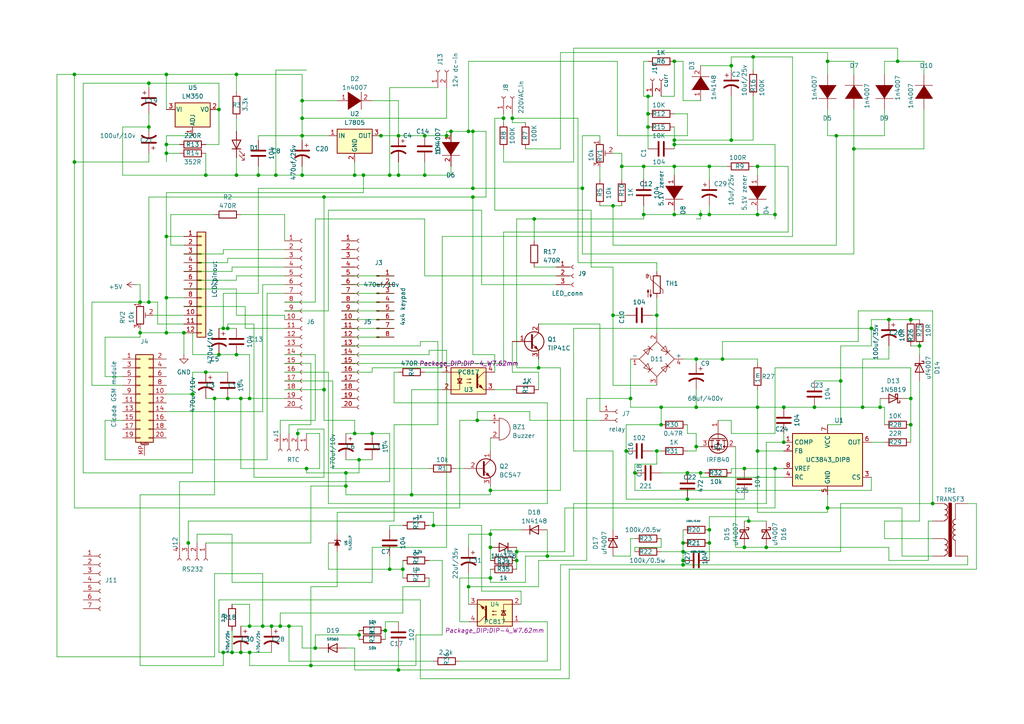
<source format=kicad_sch>
(kicad_sch (version 20220126) (generator eeschema)
  (paper "A4")
  (junction (at 203.2 137.16))
  (junction (at 104.14 184.15))
  (junction (at 264.16 92.71))
  (junction (at 205.74 62.23))
  (junction (at 115.57 50.8))
  (junction (at 43.18 36.83))
  (junction (at 90.17 193.04))
  (junction (at 195.58 17.78))
  (junction (at 87.63 34.29))
  (junction (at 43.18 87.63))
  (junction (at 187.96 36.83))
  (junction (at 177.8 59.69))
  (junction (at 252.73 95.25))
  (junction (at 219.71 62.23))
  (junction (at 68.58 102.87))
  (junction (at 187.96 27.94))
  (junction (at 93.98 113.03))
  (junction (at 243.84 110.49))
  (junction (at 146.05 34.29))
  (junction (at 227.33 118.11))
  (junction (at 227.33 128.27))
  (junction (at 219.71 48.26))
  (junction (at 142.24 167.64))
  (junction (at 181.61 130.81))
  (junction (at 215.9 135.89))
  (junction (at 64.77 95.25))
  (junction (at 240.03 147.32))
  (junction (at 198.12 157.48))
  (junction (at 198.12 162.56))
  (junction (at 224.79 135.89))
  (junction (at 199.39 137.16))
  (junction (at 72.39 181.61))
  (junction (at 130.81 38.1))
  (junction (at 191.77 123.19))
  (junction (at 142.24 158.75))
  (junction (at 168.91 54.61))
  (junction (at 68.58 50.8))
  (junction (at 102.87 125.73))
  (junction (at 182.88 115.57))
  (junction (at 48.26 21.59))
  (junction (at 76.2 181.61))
  (junction (at 100.33 140.97))
  (junction (at 91.44 187.96))
  (junction (at 48.26 44.45))
  (junction (at 177.8 91.44))
  (junction (at 158.75 161.29))
  (junction (at 191.77 118.11))
  (junction (at 110.49 39.37))
  (junction (at 40.64 96.52))
  (junction (at 270.51 146.05))
  (junction (at 125.73 152.4))
  (junction (at 135.89 170.18))
  (junction (at 186.69 48.26))
  (junction (at 222.25 158.75))
  (junction (at 137.16 38.1))
  (junction (at 190.5 91.44))
  (junction (at 66.04 115.57))
  (junction (at 123.19 39.37))
  (junction (at 123.19 50.8))
  (junction (at 80.01 50.8))
  (junction (at 59.69 107.95))
  (junction (at 219.71 130.81))
  (junction (at 74.93 50.8))
  (junction (at 102.87 50.8))
  (junction (at 66.04 95.25))
  (junction (at 250.19 118.11))
  (junction (at 83.82 181.61))
  (junction (at 142.24 142.24))
  (junction (at 48.26 41.91))
  (junction (at 78.74 181.61))
  (junction (at 198.12 160.02))
  (junction (at 156.21 106.68))
  (junction (at 48.26 68.58))
  (junction (at 195.58 48.26))
  (junction (at 63.5 31.75))
  (junction (at 68.58 21.59))
  (junction (at 184.15 137.16))
  (junction (at 55.88 114.3))
  (junction (at 87.63 39.37))
  (junction (at 72.39 115.57))
  (junction (at 201.93 118.11))
  (junction (at 105.41 50.8))
  (junction (at 198.12 163.83))
  (junction (at 54.61 157.48))
  (junction (at 142.24 154.94))
  (junction (at 119.38 143.51))
  (junction (at 100.33 137.16))
  (junction (at 205.74 157.48))
  (junction (at 86.36 125.73))
  (junction (at 215.9 158.75))
  (junction (at 115.57 39.37))
  (junction (at 107.95 125.73))
  (junction (at 43.18 24.13))
  (junction (at 69.85 115.57))
  (junction (at 113.03 165.1))
  (junction (at 212.09 40.64))
  (junction (at 88.9 135.89))
  (junction (at 203.2 62.23))
  (junction (at 218.44 16.51))
  (junction (at 40.64 87.63))
  (junction (at 115.57 194.31))
  (junction (at 212.09 19.05))
  (junction (at 137.16 54.61))
  (junction (at 69.85 189.23))
  (junction (at 201.93 129.54))
  (junction (at 190.5 130.81))
  (junction (at 187.96 33.02))
  (junction (at 53.34 96.52))
  (junction (at 111.76 182.88))
  (junction (at 195.58 40.64))
  (junction (at 154.94 63.5))
  (junction (at 149.86 162.56))
  (junction (at 247.65 43.18))
  (junction (at 205.74 153.67))
  (junction (at 240.03 17.78))
  (junction (at 87.63 29.21))
  (junction (at 219.71 118.11))
  (junction (at 81.28 181.61))
  (junction (at 116.84 165.1))
  (junction (at 93.98 57.15))
  (junction (at 138.43 121.92))
  (junction (at 224.79 62.23))
  (junction (at 137.16 57.15))
  (junction (at 72.39 189.23))
  (junction (at 135.89 38.1))
  (junction (at 104.14 133.35))
  (junction (at 149.86 160.02))
  (junction (at 255.27 118.11))
  (junction (at 195.58 62.23))
  (junction (at 209.55 104.14))
  (junction (at 199.39 144.78))
  (junction (at 201.93 104.14))
  (junction (at 59.69 50.8))
  (junction (at 48.26 86.36))
  (junction (at 236.22 118.11))
  (junction (at 129.54 39.37))
  (junction (at 205.74 48.26))
  (junction (at 63.5 102.87))
  (junction (at 242.57 39.37))
  (junction (at 113.03 50.8))
  (junction (at 64.77 189.23))
  (junction (at 260.35 17.78))
  (junction (at 87.63 50.8))
  (junction (at 264.16 123.19))
  (junction (at 148.59 34.29))
  (junction (at 266.7 100.33))
  (junction (at 67.31 189.23))
  (junction (at 257.81 92.71))
  (junction (at 217.17 151.13))
  (junction (at 186.69 62.23))
  (junction (at 180.34 48.26))
  (junction (at 21.59 21.59))
  (junction (at 62.23 115.57))
  (junction (at 195.58 41.91))
  (junction (at 21.59 46.99))
  (junction (at 48.26 96.52))
  (junction (at 264.16 115.57))
  (wire (pts (xy 121.92 99.06) (xy 121.92 100.33)))
  (wire (pts (xy 66.04 74.93) (xy 82.55 74.93)))
  (wire (pts (xy 266.7 99.06) (xy 266.7 100.33)))
  (wire (pts (xy 218.44 27.94) (xy 218.44 40.64)))
  (wire (pts (xy 86.36 125.73) (xy 86.36 127)))
  (wire (pts (xy 104.14 184.15) (xy 104.14 185.42)))
  (wire (pts (xy 67.31 168.91) (xy 67.31 154.94)))
  (wire (pts (xy 152.4 168.91) (xy 142.24 168.91)))
  (wire (pts (xy 156.21 93.98) (xy 173.99 93.98)))
  (wire (pts (xy 91.44 63.5) (xy 91.44 87.63)))
  (wire (pts (xy 129.54 38.1) (xy 129.54 39.37)))
  (wire (pts (xy 247.65 31.75) (xy 247.65 43.18)))
  (wire (pts (xy 68.58 102.87) (xy 72.39 102.87)))
  (wire (pts (xy 113.03 139.7) (xy 113.03 125.73)))
  (wire (pts (xy 198.12 29.21) (xy 198.12 17.78)))
  (wire (pts (xy 201.93 104.14) (xy 209.55 104.14)))
  (wire (pts (xy 177.8 44.45) (xy 180.34 44.45)))
  (wire (pts (xy 55.88 96.52) (xy 53.34 96.52)))
  (wire (pts (xy 260.35 13.97) (xy 260.35 17.78)))
  (wire (pts (xy 137.16 57.15) (xy 137.16 102.87)))
  (wire (pts (xy 26.67 87.63) (xy 40.64 87.63)))
  (wire (pts (xy 92.71 135.89) (xy 92.71 125.73)))
  (wire (pts (xy 68.58 45.72) (xy 68.58 50.8)))
  (wire (pts (xy 179.07 17.78) (xy 135.89 17.78)))
  (wire (pts (xy 99.06 102.87) (xy 124.46 102.87)))
  (wire (pts (xy 48.26 55.88) (xy 105.41 55.88)))
  (wire (pts (xy 248.92 90.17) (xy 270.51 90.17)))
  (wire (pts (xy 40.64 96.52) (xy 48.26 96.52)))
  (wire (pts (xy 130.81 39.37) (xy 130.81 38.1)))
  (wire (pts (xy 128.27 113.03) (xy 119.38 113.03)))
  (wire (pts (xy 261.62 161.29) (xy 261.62 147.32)))
  (wire (pts (xy 124.46 101.6) (xy 129.54 101.6)))
  (wire (pts (xy 224.79 125.73) (xy 224.79 106.68)))
  (wire (pts (xy 48.26 119.38) (xy 76.2 119.38)))
  (wire (pts (xy 167.64 34.29) (xy 167.64 76.2)))
  (wire (pts (xy 218.44 20.32) (xy 218.44 16.51)))
  (wire (pts (xy 135.89 166.37) (xy 135.89 170.18)))
  (wire (pts (xy 104.14 133.35) (xy 107.95 133.35)))
  (wire (pts (xy 133.35 167.64) (xy 142.24 167.64)))
  (wire (pts (xy 168.91 54.61) (xy 168.91 73.66)))
  (wire (pts (xy 120.65 184.15) (xy 120.65 193.04)))
  (wire (pts (xy 104.14 182.88) (xy 104.14 184.15)))
  (wire (pts (xy 80.01 20.32) (xy 80.01 50.8)))
  (wire (pts (xy 243.84 146.05) (xy 243.84 160.02)))
  (wire (pts (xy 205.74 157.48) (xy 205.74 162.56)))
  (wire (pts (xy 87.63 50.8) (xy 102.87 50.8)))
  (wire (pts (xy 107.95 29.21) (xy 115.57 29.21)))
  (wire (pts (xy 124.46 135.89) (xy 96.52 135.89)))
  (wire (pts (xy 149.86 158.75) (xy 149.86 160.02)))
  (wire (pts (xy 68.58 81.28) (xy 68.58 80.01)))
  (wire (pts (xy 107.95 125.73) (xy 113.03 125.73)))
  (wire (pts (xy 158.75 180.34) (xy 158.75 191.77)))
  (wire (pts (xy 82.55 91.44) (xy 82.55 92.71)))
  (wire (pts (xy 283.21 165.1) (xy 283.21 146.05)))
  (wire (pts (xy 133.35 121.92) (xy 138.43 121.92)))
  (wire (pts (xy 48.26 21.59) (xy 48.26 31.75)))
  (wire (pts (xy 68.58 21.59) (xy 87.63 21.59)))
  (wire (pts (xy 166.37 95.25) (xy 166.37 130.81)))
  (wire (pts (xy 149.86 160.02) (xy 149.86 162.56)))
  (wire (pts (xy 127 123.19) (xy 114.3 123.19)))
  (wire (pts (xy 240.03 123.19) (xy 243.84 123.19)))
  (wire (pts (xy 260.35 17.78) (xy 267.97 17.78)))
  (wire (pts (xy 57.15 154.94) (xy 57.15 157.48)))
  (wire (pts (xy 43.18 87.63) (xy 43.18 57.15)))
  (wire (pts (xy 227.33 125.73) (xy 227.33 128.27)))
  (wire (pts (xy 127 99.06) (xy 127 123.19)))
  (wire (pts (xy 203.2 19.05) (xy 212.09 19.05)))
  (wire (pts (xy 224.79 106.68) (xy 264.16 106.68)))
  (wire (pts (xy 53.34 83.82) (xy 68.58 83.82)))
  (wire (pts (xy 219.71 62.23) (xy 224.79 62.23)))
  (wire (pts (xy 219.71 113.03) (xy 219.71 118.11)))
  (wire (pts (xy 90.17 170.18) (xy 97.79 170.18)))
  (wire (pts (xy 171.45 77.47) (xy 177.8 77.47)))
  (wire (pts (xy 184.15 158.75) (xy 191.77 158.75)))
  (wire (pts (xy 48.26 44.45) (xy 52.07 44.45)))
  (wire (pts (xy 250.19 104.14) (xy 250.19 118.11)))
  (wire (pts (xy 247.65 73.66) (xy 247.65 43.18)))
  (wire (pts (xy 190.5 91.44) (xy 190.5 96.52)))
  (wire (pts (xy 87.63 29.21) (xy 87.63 34.29)))
  (wire (pts (xy 243.84 146.05) (xy 270.51 146.05)))
  (wire (pts (xy 128.27 106.68) (xy 128.27 68.58)))
  (wire (pts (xy 256.54 21.59) (xy 256.54 17.78)))
  (wire (pts (xy 212.09 16.51) (xy 218.44 16.51)))
  (wire (pts (xy 156.21 106.68) (xy 162.56 106.68)))
  (wire (pts (xy 242.57 39.37) (xy 256.54 39.37)))
  (wire (pts (xy 53.34 73.66) (xy 64.77 73.66)))
  (wire (pts (xy 128.27 68.58) (xy 229.87 68.58)))
  (wire (pts (xy 55.88 39.37) (xy 48.26 39.37)))
  (wire (pts (xy 219.71 105.41) (xy 219.71 104.14)))
  (wire (pts (xy 222.25 128.27) (xy 222.25 146.05)))
  (wire (pts (xy 69.85 135.89) (xy 88.9 135.89)))
  (wire (pts (xy 124.46 101.6) (xy 124.46 102.87)))
  (wire (pts (xy 80.01 50.8) (xy 87.63 50.8)))
  (wire (pts (xy 270.51 156.21) (xy 256.54 156.21)))
  (wire (pts (xy 146.05 34.29) (xy 146.05 35.56)))
  (wire (pts (xy 48.26 41.91) (xy 52.07 41.91)))
  (wire (pts (xy 250.19 118.11) (xy 255.27 118.11)))
  (wire (pts (xy 158.75 191.77) (xy 133.35 191.77)))
  (wire (pts (xy 67.31 77.47) (xy 82.55 77.47)))
  (wire (pts (xy 74.93 54.61) (xy 137.16 54.61)))
  (wire (pts (xy 256.54 31.75) (xy 256.54 39.37)))
  (wire (pts (xy 135.89 170.18) (xy 135.89 175.26)))
  (wire (pts (xy 72.39 193.04) (xy 72.39 189.23)))
  (wire (pts (xy 125.73 148.59) (xy 125.73 152.4)))
  (wire (pts (xy 100.33 140.97) (xy 100.33 143.51)))
  (wire (pts (xy 227.33 128.27) (xy 222.25 128.27)))
  (wire (pts (xy 215.9 158.75) (xy 222.25 158.75)))
  (wire (pts (xy 215.9 143.51) (xy 215.9 144.78)))
  (wire (pts (xy 133.35 147.32) (xy 21.59 147.32)))
  (wire (pts (xy 121.92 99.06) (xy 127 99.06)))
  (wire (pts (xy 177.8 111.76) (xy 190.5 111.76)))
  (wire (pts (xy 68.58 91.44) (xy 82.55 91.44)))
  (wire (pts (xy 81.28 125.73) (xy 81.28 121.92)))
  (wire (pts (xy 257.81 92.71) (xy 264.16 92.71)))
  (wire (pts (xy 97.79 154.94) (xy 97.79 148.59)))
  (wire (pts (xy 189.23 130.81) (xy 190.5 130.81)))
  (wire (pts (xy 87.63 34.29) (xy 87.63 39.37)))
  (wire (pts (xy 152.4 161.29) (xy 152.4 168.91)))
  (wire (pts (xy 162.56 194.31) (xy 115.57 194.31)))
  (wire (pts (xy 124.46 162.56) (xy 128.27 162.56)))
  (wire (pts (xy 139.7 60.96) (xy 139.7 82.55)))
  (wire (pts (xy 135.89 170.18) (xy 156.21 170.18)))
  (wire (pts (xy 201.93 129.54) (xy 203.2 129.54)))
  (wire (pts (xy 100.33 125.73) (xy 102.87 125.73)))
  (wire (pts (xy 74.93 40.64) (xy 74.93 39.37)))
  (wire (pts (xy 100.33 143.51) (xy 119.38 143.51)))
  (wire (pts (xy 104.14 133.35) (xy 104.14 137.16)))
  (wire (pts (xy 48.26 46.99) (xy 48.26 44.45)))
  (wire (pts (xy 198.12 153.67) (xy 198.12 157.48)))
  (wire (pts (xy 87.63 40.64) (xy 87.63 39.37)))
  (wire (pts (xy 177.8 130.81) (xy 166.37 130.81)))
  (wire (pts (xy 213.36 158.75) (xy 215.9 158.75)))
  (wire (pts (xy 186.69 17.78) (xy 187.96 17.78)))
  (wire (pts (xy 72.39 189.23) (xy 78.74 189.23)))
  (wire (pts (xy 161.29 80.01) (xy 123.19 80.01)))
  (wire (pts (xy 177.8 59.69) (xy 180.34 59.69)))
  (wire (pts (xy 182.88 115.57) (xy 182.88 118.11)))
  (wire (pts (xy 102.87 125.73) (xy 107.95 125.73)))
  (wire (pts (xy 62.23 115.57) (xy 66.04 115.57)))
  (wire (pts (xy 67.31 154.94) (xy 57.15 154.94)))
  (wire (pts (xy 86.36 124.46) (xy 86.36 125.73)))
  (wire (pts (xy 180.34 48.26) (xy 180.34 52.07)))
  (wire (pts (xy 135.89 180.34) (xy 133.35 180.34)))
  (wire (pts (xy 107.95 168.91) (xy 67.31 168.91)))
  (wire (pts (xy 243.84 110.49) (xy 243.84 100.33)))
  (wire (pts (xy 123.19 50.8) (xy 130.81 50.8)))
  (wire (pts (xy 257.81 100.33) (xy 257.81 104.14)))
  (wire (pts (xy 252.73 142.24) (xy 184.15 142.24)))
  (wire (pts (xy 137.16 102.87) (xy 143.51 102.87)))
  (wire (pts (xy 66.04 115.57) (xy 69.85 115.57)))
  (wire (pts (xy 199.39 33.02) (xy 199.39 39.37)))
  (wire (pts (xy 113.03 25.4) (xy 127 25.4)))
  (wire (pts (xy 162.56 43.18) (xy 162.56 15.24)))
  (wire (pts (xy 116.84 177.8) (xy 116.84 170.18)))
  (wire (pts (xy 270.51 151.13) (xy 269.24 151.13)))
  (wire (pts (xy 256.54 118.11) (xy 256.54 123.19)))
  (wire (pts (xy 224.79 135.89) (xy 215.9 135.89)))
  (wire (pts (xy 82.55 110.49) (xy 96.52 110.49)))
  (wire (pts (xy 149.86 63.5) (xy 154.94 63.5)))
  (wire (pts (xy 166.37 13.97) (xy 260.35 13.97)))
  (wire (pts (xy 213.36 129.54) (xy 213.36 158.75)))
  (wire (pts (xy 21.59 46.99) (xy 21.59 21.59)))
  (wire (pts (xy 82.55 62.23) (xy 82.55 69.85)))
  (wire (pts (xy 93.98 113.03) (xy 93.98 121.92)))
  (wire (pts (xy 125.73 152.4) (xy 124.46 152.4)))
  (wire (pts (xy 156.21 104.14) (xy 156.21 106.68)))
  (wire (pts (xy 142.24 158.75) (xy 142.24 154.94)))
  (wire (pts (xy 222.25 146.05) (xy 166.37 146.05)))
  (wire (pts (xy 191.77 27.94) (xy 195.58 27.94)))
  (wire (pts (xy 269.24 151.13) (xy 269.24 162.56)))
  (wire (pts (xy 102.87 50.8) (xy 105.41 50.8)))
  (wire (pts (xy 166.37 95.25) (xy 252.73 95.25)))
  (wire (pts (xy 181.61 123.19) (xy 191.77 123.19)))
  (wire (pts (xy 227.33 138.43) (xy 203.2 138.43)))
  (wire (pts (xy 217.17 149.86) (xy 217.17 151.13)))
  (wire (pts (xy 59.69 115.57) (xy 62.23 115.57)))
  (wire (pts (xy 137.16 54.61) (xy 168.91 54.61)))
  (wire (pts (xy 102.87 187.96) (xy 102.87 194.31)))
  (wire (pts (xy 195.58 27.94) (xy 195.58 17.78)))
  (wire (pts (xy 87.63 39.37) (xy 95.25 39.37)))
  (wire (pts (xy 154.94 77.47) (xy 161.29 77.47)))
  (wire (pts (xy 224.79 147.32) (xy 163.83 147.32)))
  (wire (pts (xy 201.93 118.11) (xy 201.93 113.03)))
  (wire (pts (xy 142.24 140.97) (xy 142.24 142.24)))
  (wire (pts (xy 91.44 121.92) (xy 91.44 102.87)))
  (wire (pts (xy 212.09 125.73) (xy 224.79 125.73)))
  (wire (pts (xy 179.07 39.37) (xy 179.07 17.78)))
  (wire (pts (xy 67.31 189.23) (xy 69.85 189.23)))
  (wire (pts (xy 92.71 187.96) (xy 91.44 187.96)))
  (wire (pts (xy 186.69 59.69) (xy 186.69 62.23)))
  (wire (pts (xy 64.77 73.66) (xy 64.77 72.39)))
  (wire (pts (xy 267.97 31.75) (xy 267.97 43.18)))
  (wire (pts (xy 152.4 43.18) (xy 162.56 43.18)))
  (wire (pts (xy 135.89 154.94) (xy 142.24 154.94)))
  (wire (pts (xy 24.13 24.13) (xy 43.18 24.13)))
  (wire (pts (xy 59.69 41.91) (xy 63.5 41.91)))
  (wire (pts (xy 142.24 167.64) (xy 142.24 165.1)))
  (wire (pts (xy 35.56 121.92) (xy 30.48 121.92)))
  (wire (pts (xy 195.58 36.83) (xy 195.58 40.64)))
  (wire (pts (xy 97.79 160.02) (xy 97.79 170.18)))
  (wire (pts (xy 24.13 137.16) (xy 55.88 137.16)))
  (wire (pts (xy 99.06 82.55) (xy 114.3 82.55)))
  (wire (pts (xy 77.47 85.09) (xy 82.55 85.09)))
  (wire (pts (xy 119.38 143.51) (xy 142.24 143.51)))
  (wire (pts (xy 146.05 46.99) (xy 166.37 46.99)))
  (wire (pts (xy 195.58 48.26) (xy 195.58 50.8)))
  (wire (pts (xy 252.73 128.27) (xy 256.54 128.27)))
  (wire (pts (xy 247.65 17.78) (xy 247.65 21.59)))
  (wire (pts (xy 177.8 77.47) (xy 177.8 91.44)))
  (wire (pts (xy 53.34 68.58) (xy 48.26 68.58)))
  (wire (pts (xy 209.55 99.06) (xy 248.92 99.06)))
  (wire (pts (xy 201.93 130.81) (xy 201.93 129.54)))
  (wire (pts (xy 88.9 135.89) (xy 92.71 135.89)))
  (wire (pts (xy 87.63 21.59) (xy 87.63 29.21)))
  (wire (pts (xy 100.33 137.16) (xy 88.9 137.16)))
  (wire (pts (xy 40.64 193.04) (xy 64.77 193.04)))
  (wire (pts (xy 191.77 137.16) (xy 199.39 137.16)))
  (wire (pts (xy 68.58 80.01) (xy 82.55 80.01)))
  (wire (pts (xy 190.5 130.81) (xy 190.5 134.62)))
  (wire (pts (xy 113.03 50.8) (xy 113.03 25.4)))
  (wire (pts (xy 143.51 34.29) (xy 143.51 60.96)))
  (wire (pts (xy 224.79 63.5) (xy 224.79 62.23)))
  (wire (pts (xy 62.23 166.37) (xy 62.23 190.5)))
  (wire (pts (xy 240.03 21.59) (xy 240.03 17.78)))
  (wire (pts (xy 69.85 62.23) (xy 82.55 62.23)))
  (wire (pts (xy 212.09 40.64) (xy 218.44 40.64)))
  (wire (pts (xy 129.54 39.37) (xy 130.81 39.37)))
  (wire (pts (xy 128.27 162.56) (xy 128.27 184.15)))
  (wire (pts (xy 62.23 62.23) (xy 49.53 62.23)))
  (wire (pts (xy 240.03 15.24) (xy 240.03 17.78)))
  (wire (pts (xy 158.75 161.29) (xy 152.4 161.29)))
  (wire (pts (xy 190.5 76.2) (xy 190.5 78.74)))
  (wire (pts (xy 124.46 167.64) (xy 124.46 170.18)))
  (wire (pts (xy 252.73 95.25) (xy 252.73 92.71)))
  (wire (pts (xy 153.67 119.38) (xy 138.43 119.38)))
  (wire (pts (xy 184.15 142.24) (xy 184.15 137.16)))
  (wire (pts (xy 240.03 147.32) (xy 240.03 148.59)))
  (wire (pts (xy 170.18 162.56) (xy 170.18 115.57)))
  (wire (pts (xy 97.79 148.59) (xy 125.73 148.59)))
  (wire (pts (xy 113.03 165.1) (xy 116.84 165.1)))
  (wire (pts (xy 203.2 138.43) (xy 203.2 137.16)))
  (wire (pts (xy 203.2 62.23) (xy 203.2 63.5)))
  (wire (pts (xy 142.24 153.67) (xy 151.13 153.67)))
  (wire (pts (xy 205.74 48.26) (xy 210.82 48.26)))
  (wire (pts (xy 90.17 123.19) (xy 83.82 123.19)))
  (wire (pts (xy 162.56 106.68) (xy 162.56 142.24)))
  (wire (pts (xy 66.04 93.98) (xy 73.66 93.98)))
  (wire (pts (xy 63.5 102.87) (xy 55.88 102.87)))
  (wire (pts (xy 73.66 93.98) (xy 73.66 138.43)))
  (wire (pts (xy 111.76 182.88) (xy 111.76 185.42)))
  (wire (pts (xy 243.84 100.33) (xy 252.73 100.33)))
  (wire (pts (xy 227.33 135.89) (xy 224.79 135.89)))
  (wire (pts (xy 180.34 44.45) (xy 180.34 48.26)))
  (wire (pts (xy 257.81 104.14) (xy 250.19 104.14)))
  (wire (pts (xy 205.74 62.23) (xy 205.74 59.69)))
  (wire (pts (xy 248.92 99.06) (xy 248.92 90.17)))
  (wire (pts (xy 151.13 171.45) (xy 139.7 171.45)))
  (wire (pts (xy 151.13 175.26) (xy 151.13 171.45)))
  (wire (pts (xy 113.03 153.67) (xy 113.03 152.4)))
  (wire (pts (xy 115.57 194.31) (xy 102.87 194.31)))
  (wire (pts (xy 128.27 184.15) (xy 120.65 184.15)))
  (wire (pts (xy 166.37 146.05) (xy 166.37 161.29)))
  (wire (pts (xy 68.58 34.29) (xy 68.58 38.1)))
  (wire (pts (xy 181.61 123.19) (xy 181.61 130.81)))
  (wire (pts (xy 48.26 55.88) (xy 48.26 68.58)))
  (wire (pts (xy 257.81 162.56) (xy 257.81 158.75)))
  (wire (pts (xy 59.69 44.45) (xy 59.69 50.8)))
  (wire (pts (xy 81.28 181.61) (xy 81.28 177.8)))
  (wire (pts (xy 30.48 133.35) (xy 77.47 133.35)))
  (wire (pts (xy 187.96 27.94) (xy 187.96 33.02)))
  (wire (pts (xy 153.67 121.92) (xy 153.67 119.38)))
  (wire (pts (xy 186.69 62.23) (xy 195.58 62.23)))
  (wire (pts (xy 135.89 38.1) (xy 130.81 38.1)))
  (wire (pts (xy 162.56 163.83) (xy 162.56 194.31)))
  (wire (pts (xy 280.67 161.29) (xy 280.67 163.83)))
  (wire (pts (xy 49.53 62.23) (xy 49.53 71.12)))
  (wire (pts (xy 114.3 107.95) (xy 114.3 116.84)))
  (wire (pts (xy 252.73 92.71) (xy 257.81 92.71)))
  (wire (pts (xy 91.44 187.96) (xy 87.63 187.96)))
  (wire (pts (xy 215.9 135.89) (xy 212.09 135.89)))
  (wire (pts (xy 55.88 107.95) (xy 59.69 107.95)))
  (wire (pts (xy 115.57 39.37) (xy 123.19 39.37)))
  (wire (pts (xy 247.65 43.18) (xy 267.97 43.18)))
  (wire (pts (xy 149.86 162.56) (xy 149.86 165.1)))
  (wire (pts (xy 142.24 168.91) (xy 142.24 167.64)))
  (wire (pts (xy 76.2 181.61) (xy 76.2 166.37)))
  (wire (pts (xy 195.58 41.91) (xy 224.79 41.91)))
  (wire (pts (xy 123.19 46.99) (xy 123.19 50.8)))
  (wire (pts (xy 191.77 118.11) (xy 201.93 118.11)))
  (wire (pts (xy 35.56 109.22) (xy 30.48 109.22)))
  (wire (pts (xy 229.87 68.58) (xy 229.87 16.51)))
  (wire (pts (xy 137.16 57.15) (xy 140.97 57.15)))
  (wire (pts (xy 166.37 46.99) (xy 166.37 13.97)))
  (wire (pts (xy 195.58 60.96) (xy 195.58 62.23)))
  (wire (pts (xy 67.31 182.88) (xy 67.31 189.23)))
  (wire (pts (xy 90.17 105.41) (xy 90.17 123.19)))
  (wire (pts (xy 219.71 118.11) (xy 227.33 118.11)))
  (wire (pts (xy 142.24 127) (xy 142.24 130.81)))
  (wire (pts (xy 39.37 82.55) (xy 40.64 82.55)))
  (wire (pts (xy 96.52 135.89) (xy 96.52 110.49)))
  (wire (pts (xy 64.77 189.23) (xy 64.77 193.04)))
  (wire (pts (xy 205.74 52.07) (xy 205.74 48.26)))
  (wire (pts (xy 139.7 82.55) (xy 161.29 82.55)))
  (wire (pts (xy 72.39 181.61) (xy 76.2 181.61)))
  (wire (pts (xy 104.14 137.16) (xy 100.33 137.16)))
  (wire (pts (xy 90.17 193.04) (xy 120.65 193.04)))
  (wire (pts (xy 256.54 17.78) (xy 260.35 17.78)))
  (wire (pts (xy 95.25 90.17) (xy 95.25 60.96)))
  (wire (pts (xy 280.67 163.83) (xy 198.12 163.83)))
  (wire (pts (xy 74.93 50.8) (xy 80.01 50.8)))
  (wire (pts (xy 104.14 184.15) (xy 91.44 184.15)))
  (wire (pts (xy 146.05 34.29) (xy 143.51 34.29)))
  (wire (pts (xy 121.92 196.85) (xy 165.1 196.85)))
  (wire (pts (xy 100.33 133.35) (xy 104.14 133.35)))
  (wire (pts (xy 227.33 118.11) (xy 236.22 118.11)))
  (wire (pts (xy 199.39 137.16) (xy 203.2 137.16)))
  (wire (pts (xy 102.87 121.92) (xy 102.87 125.73)))
  (wire (pts (xy 55.88 114.3) (xy 55.88 107.95)))
  (wire (pts (xy 48.26 114.3) (xy 55.88 114.3)))
  (wire (pts (xy 115.57 180.34) (xy 111.76 180.34)))
  (wire (pts (xy 63.5 189.23) (xy 64.77 189.23)))
  (wire (pts (xy 30.48 121.92) (xy 30.48 133.35)))
  (wire (pts (xy 107.95 106.68) (xy 107.95 107.95)))
  (wire (pts (xy 186.69 62.23) (xy 186.69 63.5)))
  (wire (pts (xy 99.06 95.25) (xy 114.3 95.25)))
  (wire (pts (xy 252.73 100.33) (xy 252.73 95.25)))
  (wire (pts (xy 72.39 193.04) (xy 90.17 193.04)))
  (wire (pts (xy 88.9 135.89) (xy 88.9 137.16)))
  (wire (pts (xy 201.93 104.14) (xy 201.93 105.41)))
  (wire (pts (xy 99.06 80.01) (xy 114.3 80.01)))
  (wire (pts (xy 240.03 148.59) (xy 219.71 148.59)))
  (wire (pts (xy 158.75 153.67) (xy 158.75 161.29)))
  (wire (pts (xy 95.25 60.96) (xy 139.7 60.96)))
  (wire (pts (xy 209.55 104.14) (xy 219.71 104.14)))
  (wire (pts (xy 53.34 93.98) (xy 45.72 93.98)))
  (wire (pts (xy 182.88 156.21) (xy 184.15 156.21)))
  (wire (pts (xy 264.16 92.71) (xy 266.7 92.71)))
  (wire (pts (xy 52.07 139.7) (xy 113.03 139.7)))
  (wire (pts (xy 224.79 135.89) (xy 224.79 147.32)))
  (wire (pts (xy 64.77 95.25) (xy 66.04 95.25)))
  (wire (pts (xy 64.77 72.39) (xy 82.55 72.39)))
  (wire (pts (xy 219.71 48.26) (xy 219.71 50.8)))
  (wire (pts (xy 228.6 67.31) (xy 228.6 48.26)))
  (wire (pts (xy 116.84 170.18) (xy 124.46 170.18)))
  (wire (pts (xy 256.54 156.21) (xy 256.54 151.13)))
  (wire (pts (xy 142.24 158.75) (xy 142.24 162.56)))
  (wire (pts (xy 171.45 60.96) (xy 171.45 77.47)))
  (wire (pts (xy 116.84 165.1) (xy 116.84 167.64)))
  (wire (pts (xy 87.63 34.29) (xy 129.54 34.29)))
  (wire (pts (xy 95.25 157.48) (xy 95.25 165.1)))
  (wire (pts (xy 53.34 96.52) (xy 48.26 96.52)))
  (wire (pts (xy 100.33 187.96) (xy 102.87 187.96)))
  (wire (pts (xy 154.94 63.5) (xy 154.94 69.85)))
  (wire (pts (xy 240.03 143.51) (xy 240.03 147.32)))
  (wire (pts (xy 135.89 158.75) (xy 135.89 154.94)))
  (wire (pts (xy 99.06 97.79) (xy 114.3 97.79)))
  (wire (pts (xy 264.16 100.33) (xy 266.7 100.33)))
  (wire (pts (xy 224.79 41.91) (xy 224.79 62.23)))
  (wire (pts (xy 199.39 144.78) (xy 215.9 144.78)))
  (wire (pts (xy 81.28 121.92) (xy 91.44 121.92)))
  (wire (pts (xy 66.04 95.25) (xy 68.58 95.25)))
  (wire (pts (xy 205.74 153.67) (xy 205.74 157.48)))
  (wire (pts (xy 154.94 63.5) (xy 186.69 63.5)))
  (wire (pts (xy 69.85 181.61) (xy 72.39 181.61)))
  (wire (pts (xy 240.03 39.37) (xy 242.57 39.37)))
  (wire (pts (xy 198.12 163.83) (xy 198.12 162.56)))
  (wire (pts (xy 236.22 118.11) (xy 250.19 118.11)))
  (wire (pts (xy 81.28 181.61) (xy 83.82 181.61)))
  (wire (pts (xy 264.16 115.57) (xy 264.16 123.19)))
  (wire (pts (xy 35.56 50.8) (xy 59.69 50.8)))
  (wire (pts (xy 40.64 82.55) (xy 40.64 87.63)))
  (wire (pts (xy 35.56 36.83) (xy 43.18 36.83)))
  (wire (pts (xy 130.81 48.26) (xy 130.81 50.8)))
  (wire (pts (xy 48.26 21.59) (xy 68.58 21.59)))
  (wire (pts (xy 203.2 60.96) (xy 203.2 62.23)))
  (wire (pts (xy 148.59 99.06) (xy 148.59 107.95)))
  (wire (pts (xy 148.59 107.95) (xy 156.21 107.95)))
  (wire (pts (xy 201.93 125.73) (xy 201.93 129.54)))
  (wire (pts (xy 116.84 162.56) (xy 116.84 165.1)))
  (wire (pts (xy 143.51 60.96) (xy 171.45 60.96)))
  (wire (pts (xy 218.44 16.51) (xy 229.87 16.51)))
  (wire (pts (xy 53.34 78.74) (xy 67.31 78.74)))
  (wire (pts (xy 44.45 91.44) (xy 53.34 91.44)))
  (wire (pts (xy 74.93 39.37) (xy 87.63 39.37)))
  (wire (pts (xy 77.47 133.35) (xy 77.47 85.09)))
  (wire (pts (xy 69.85 115.57) (xy 72.39 115.57)))
  (wire (pts (xy 195.58 17.78) (xy 198.12 17.78)))
  (wire (pts (xy 186.69 52.07) (xy 186.69 48.26)))
  (wire (pts (xy 30.48 97.79) (xy 40.64 97.79)))
  (wire (pts (xy 123.19 80.01) (xy 123.19 63.5)))
  (wire (pts (xy 107.95 158.75) (xy 107.95 168.91)))
  (wire (pts (xy 40.64 143.51) (xy 40.64 193.04)))
  (wire (pts (xy 139.7 152.4) (xy 125.73 152.4)))
  (wire (pts (xy 256.54 151.13) (xy 266.7 151.13)))
  (wire (pts (xy 195.58 48.26) (xy 205.74 48.26)))
  (wire (pts (xy 173.99 121.92) (xy 153.67 121.92)))
  (wire (pts (xy 40.64 95.25) (xy 40.64 96.52)))
  (wire (pts (xy 177.8 153.67) (xy 177.8 130.81)))
  (wire (pts (xy 240.03 147.32) (xy 261.62 147.32)))
  (wire (pts (xy 99.06 92.71) (xy 114.3 92.71)))
  (wire (pts (xy 30.48 109.22) (xy 30.48 97.79)))
  (wire (pts (xy 43.18 36.83) (xy 43.18 38.1)))
  (wire (pts (xy 21.59 21.59) (xy 48.26 21.59)))
  (wire (pts (xy 269.24 162.56) (xy 257.81 162.56)))
  (wire (pts (xy 100.33 137.16) (xy 100.33 140.97)))
  (wire (pts (xy 264.16 123.19) (xy 264.16 128.27)))
  (wire (pts (xy 83.82 181.61) (xy 87.63 181.61)))
  (wire (pts (xy 203.2 137.16) (xy 204.47 137.16)))
  (wire (pts (xy 21.59 46.99) (xy 43.18 46.99)))
  (wire (pts (xy 115.57 107.95) (xy 114.3 107.95)))
  (wire (pts (xy 43.18 25.4) (xy 43.18 24.13)))
  (wire (pts (xy 91.44 184.15) (xy 91.44 187.96)))
  (wire (pts (xy 187.96 27.94) (xy 189.23 27.94)))
  (wire (pts (xy 68.58 50.8) (xy 74.93 50.8)))
  (wire (pts (xy 111.76 180.34) (xy 111.76 182.88)))
  (wire (pts (xy 114.3 151.13) (xy 54.61 151.13)))
  (wire (pts (xy 143.51 102.87) (xy 143.51 107.95)))
  (wire (pts (xy 205.74 149.86) (xy 217.17 149.86)))
  (wire (pts (xy 163.83 147.32) (xy 163.83 160.02)))
  (wire (pts (xy 99.06 100.33) (xy 121.92 100.33)))
  (wire (pts (xy 240.03 31.75) (xy 240.03 39.37)))
  (wire (pts (xy 182.88 104.14) (xy 182.88 115.57)))
  (wire (pts (xy 63.5 102.87) (xy 68.58 102.87)))
  (wire (pts (xy 88.9 125.73) (xy 92.71 125.73)))
  (wire (pts (xy 181.61 130.81) (xy 181.61 144.78)))
  (wire (pts (xy 45.72 87.63) (xy 45.72 93.98)))
  (wire (pts (xy 137.16 38.1) (xy 137.16 54.61)))
  (wire (pts (xy 68.58 21.59) (xy 68.58 26.67)))
  (wire (pts (xy 191.77 118.11) (xy 191.77 123.19)))
  (wire (pts (xy 66.04 93.98) (xy 66.04 95.25)))
  (wire (pts (xy 205.74 62.23) (xy 219.71 62.23)))
  (wire (pts (xy 190.5 91.44) (xy 189.23 91.44)))
  (wire (pts (xy 158.75 116.84) (xy 114.3 116.84)))
  (wire (pts (xy 209.55 104.14) (xy 209.55 99.06)))
  (wire (pts (xy 82.55 105.41) (xy 90.17 105.41)))
  (wire (pts (xy 186.69 27.94) (xy 186.69 17.78)))
  (wire (pts (xy 166.37 161.29) (xy 158.75 161.29)))
  (wire (pts (xy 201.93 118.11) (xy 219.71 118.11)))
  (wire (pts (xy 105.41 55.88) (xy 105.41 50.8)))
  (wire (pts (xy 184.15 137.16) (xy 184.15 134.62)))
  (wire (pts (xy 146.05 43.18) (xy 146.05 46.99)))
  (wire (pts (xy 93.98 124.46) (xy 86.36 124.46)))
  (wire (pts (xy 48.26 96.52) (xy 48.26 86.36)))
  (wire (pts (xy 149.86 106.68) (xy 156.21 106.68)))
  (wire (pts (xy 99.06 85.09) (xy 114.3 85.09)))
  (wire (pts (xy 190.5 130.81) (xy 191.77 130.81)))
  (wire (pts (xy 148.59 34.29) (xy 167.64 34.29)))
  (wire (pts (xy 62.23 143.51) (xy 40.64 143.51)))
  (wire (pts (xy 72.39 115.57) (xy 82.55 115.57)))
  (wire (pts (xy 93.98 138.43) (xy 93.98 124.46)))
  (wire (pts (xy 119.38 113.03) (xy 119.38 143.51)))
  (wire (pts (xy 212.09 121.92) (xy 212.09 125.73)))
  (wire (pts (xy 199.39 123.19) (xy 199.39 125.73)))
  (wire (pts (xy 67.31 175.26) (xy 72.39 175.26)))
  (wire (pts (xy 63.5 173.99) (xy 63.5 189.23)))
  (wire (pts (xy 195.58 62.23) (xy 203.2 62.23)))
  (wire (pts (xy 40.64 96.52) (xy 40.64 97.79)))
  (wire (pts (xy 82.55 90.17) (xy 95.25 90.17)))
  (wire (pts (xy 59.69 107.95) (xy 66.04 107.95)))
  (wire (pts (xy 217.17 151.13) (xy 222.25 151.13)))
  (wire (pts (xy 198.12 162.56) (xy 198.12 160.02)))
  (wire (pts (xy 115.57 46.99) (xy 115.57 50.8)))
  (wire (pts (xy 74.93 85.09) (xy 64.77 85.09)))
  (wire (pts (xy 190.5 86.36) (xy 190.5 91.44)))
  (wire (pts (xy 177.8 91.44) (xy 177.8 111.76)))
  (wire (pts (xy 133.35 180.34) (xy 133.35 167.64)))
  (wire (pts (xy 72.39 102.87) (xy 72.39 115.57)))
  (wire (pts (xy 107.95 106.68) (xy 128.27 106.68)))
  (wire (pts (xy 123.19 107.95) (xy 128.27 107.95)))
  (wire (pts (xy 177.8 59.69) (xy 177.8 71.12)))
  (wire (pts (xy 162.56 15.24) (xy 240.03 15.24)))
  (wire (pts (xy 95.25 146.05) (xy 158.75 146.05)))
  (wire (pts (xy 26.67 87.63) (xy 26.67 111.76)))
  (wire (pts (xy 95.25 107.95) (xy 95.25 146.05)))
  (wire (pts (xy 156.21 107.95) (xy 156.21 113.03)))
  (wire (pts (xy 135.89 17.78) (xy 135.89 38.1)))
  (wire (pts (xy 93.98 57.15) (xy 137.16 57.15)))
  (wire (pts (xy 168.91 73.66) (xy 247.65 73.66)))
  (wire (pts (xy 219.71 130.81) (xy 219.71 148.59)))
  (wire (pts (xy 186.69 48.26) (xy 195.58 48.26)))
  (wire (pts (xy 53.34 96.52) (xy 53.34 102.87)))
  (wire (pts (xy 35.56 50.8) (xy 35.56 36.83)))
  (wire (pts (xy 87.63 187.96) (xy 87.63 181.61)))
  (wire (pts (xy 52.07 157.48) (xy 52.07 139.7)))
  (wire (pts (xy 69.85 115.57) (xy 69.85 135.89)))
  (wire (pts (xy 110.49 39.37) (xy 115.57 39.37)))
  (wire (pts (xy 133.35 121.92) (xy 133.35 147.32)))
  (wire (pts (xy 173.99 59.69) (xy 177.8 59.69)))
  (wire (pts (xy 199.39 144.78) (xy 181.61 144.78)))
  (wire (pts (xy 140.97 38.1) (xy 137.16 38.1)))
  (wire (pts (xy 215.9 151.13) (xy 217.17 151.13)))
  (wire (pts (xy 83.82 123.19) (xy 83.82 125.73)))
  (wire (pts (xy 82.55 87.63) (xy 91.44 87.63)))
  (wire (pts (xy 55.88 137.16) (xy 55.88 114.3)))
  (wire (pts (xy 102.87 46.99) (xy 102.87 50.8)))
  (wire (pts (xy 156.21 162.56) (xy 170.18 162.56)))
  (wire (pts (xy 191.77 158.75) (xy 191.77 156.21)))
  (wire (pts (xy 123.19 63.5) (xy 91.44 63.5)))
  (wire (pts (xy 242.57 71.12) (xy 242.57 39.37)))
  (wire (pts (xy 146.05 67.31) (xy 146.05 105.41)))
  (wire (pts (xy 240.03 17.78) (xy 247.65 17.78)))
  (wire (pts (xy 73.66 138.43) (xy 93.98 138.43)))
  (wire (pts (xy 138.43 119.38) (xy 138.43 121.92)))
  (wire (pts (xy 43.18 87.63) (xy 40.64 87.63)))
  (wire (pts (xy 90.17 140.97) (xy 100.33 140.97)))
  (wire (pts (xy 219.71 60.96) (xy 219.71 62.23)))
  (wire (pts (xy 24.13 24.13) (xy 24.13 137.16)))
  (wire (pts (xy 53.34 88.9) (xy 71.12 88.9)))
  (wire (pts (xy 173.99 39.37) (xy 168.91 39.37)))
  (wire (pts (xy 177.8 71.12) (xy 242.57 71.12)))
  (wire (pts (xy 69.85 189.23) (xy 72.39 189.23)))
  (wire (pts (xy 99.06 87.63) (xy 114.3 87.63)))
  (wire (pts (xy 195.58 40.64) (xy 212.09 40.64)))
  (wire (pts (xy 115.57 29.21) (xy 115.57 39.37)))
  (wire (pts (xy 81.28 177.8) (xy 116.84 177.8)))
  (wire (pts (xy 201.93 63.5) (xy 203.2 63.5)))
  (wire (pts (xy 212.09 16.51) (xy 212.09 19.05)))
  (wire (pts (xy 43.18 24.13) (xy 63.5 24.13)))
  (wire (pts (xy 140.97 57.15) (xy 140.97 38.1)))
  (wire (pts (xy 142.24 154.94) (xy 142.24 153.67)))
  (wire (pts (xy 142.24 142.24) (xy 142.24 143.51)))
  (wire (pts (xy 114.3 123.19) (xy 114.3 151.13)))
  (wire (pts (xy 219.71 48.26) (xy 228.6 48.26)))
  (wire (pts (xy 270.51 90.17) (xy 270.51 146.05)))
  (wire (pts (xy 68.58 83.82) (xy 68.58 91.44)))
  (wire (pts (xy 149.86 106.68) (xy 149.86 63.5)))
  (wire (pts (xy 198.12 104.14) (xy 201.93 104.14)))
  (wire (pts (xy 113.03 161.29) (xy 113.03 165.1)))
  (wire (pts (xy 66.04 76.2) (xy 66.04 74.93)))
  (wire (pts (xy 49.53 71.12) (xy 53.34 71.12)))
  (wire (pts (xy 35.56 111.76) (xy 26.67 111.76)))
  (wire (pts (xy 173.99 48.26) (xy 173.99 52.07)))
  (wire (pts (xy 255.27 118.11) (xy 256.54 118.11)))
  (wire (pts (xy 90.17 157.48) (xy 90.17 140.97)))
  (wire (pts (xy 74.93 48.26) (xy 74.93 50.8)))
  (wire (pts (xy 266.7 110.49) (xy 266.7 151.13)))
  (wire (pts (xy 264.16 106.68) (xy 264.16 115.57)))
  (wire (pts (xy 165.1 165.1) (xy 283.21 165.1)))
  (wire (pts (xy 132.08 135.89) (xy 134.62 135.89)))
  (wire (pts (xy 199.39 130.81) (xy 201.93 130.81)))
  (wire (pts (xy 148.59 33.02) (xy 148.59 34.29)))
  (wire (pts (xy 167.64 76.2) (xy 190.5 76.2)))
  (wire (pts (xy 243.84 110.49) (xy 243.84 123.19)))
  (wire (pts (xy 146.05 67.31) (xy 228.6 67.31)))
  (wire (pts (xy 76.2 119.38) (xy 76.2 82.55)))
  (wire (pts (xy 99.06 90.17) (xy 114.3 90.17)))
  (wire (pts (xy 182.88 161.29) (xy 182.88 156.21)))
  (wire (pts (xy 165.1 196.85) (xy 165.1 165.1)))
  (wire (pts (xy 123.19 39.37) (xy 129.54 39.37)))
  (wire (pts (xy 59.69 157.48) (xy 90.17 157.48)))
  (wire (pts (xy 173.99 93.98) (xy 173.99 119.38)))
  (wire (pts (xy 48.26 68.58) (xy 48.26 86.36)))
  (wire (pts (xy 82.55 107.95) (xy 95.25 107.95)))
  (wire (pts (xy 187.96 33.02) (xy 187.96 36.83)))
  (wire (pts (xy 170.18 115.57) (xy 182.88 115.57)))
  (wire (pts (xy 198.12 160.02) (xy 198.12 157.48)))
  (wire (pts (xy 82.55 113.03) (xy 93.98 113.03)))
  (wire (pts (xy 219.71 130.81) (xy 227.33 130.81)))
  (wire (pts (xy 95.25 165.1) (xy 113.03 165.1)))
  (wire (pts (xy 64.77 189.23) (xy 67.31 189.23)))
  (wire (pts (xy 156.21 170.18) (xy 156.21 162.56)))
  (wire (pts (xy 186.69 27.94) (xy 187.96 27.94)))
  (wire (pts (xy 187.96 36.83) (xy 187.96 43.18)))
  (wire (pts (xy 195.58 40.64) (xy 195.58 41.91)))
  (wire (pts (xy 184.15 134.62) (xy 190.5 134.62)))
  (wire (pts (xy 168.91 39.37) (xy 168.91 54.61)))
  (wire (pts (xy 218.44 48.26) (xy 219.71 48.26)))
  (wire (pts (xy 21.59 147.32) (xy 21.59 46.99)))
  (wire (pts (xy 162.56 142.24) (xy 142.24 142.24)))
  (wire (pts (xy 76.2 166.37) (xy 62.23 166.37)))
  (wire (pts (xy 130.81 38.1) (xy 129.54 38.1)))
  (wire (pts (xy 143.51 113.03) (xy 148.59 113.03)))
  (wire (pts (xy 93.98 57.15) (xy 93.98 113.03)))
  (wire (pts (xy 115.57 50.8) (xy 123.19 50.8)))
  (wire (pts (xy 267.97 17.78) (xy 267.97 21.59)))
  (wire (pts (xy 177.8 161.29) (xy 182.88 161.29)))
  (wire (pts (xy 270.51 161.29) (xy 261.62 161.29)))
  (wire (pts (xy 219.71 118.11) (xy 219.71 130.81)))
  (wire (pts (xy 262.89 115.57) (xy 264.16 115.57)))
  (wire (pts (xy 195.58 33.02) (xy 199.39 33.02)))
  (wire (pts (xy 55.88 102.87) (xy 55.88 96.52)))
  (wire (pts (xy 53.34 76.2) (xy 66.04 76.2)))
  (wire (pts (xy 180.34 48.26) (xy 186.69 48.26)))
  (wire (pts (xy 146.05 33.02) (xy 146.05 34.29)))
  (wire (pts (xy 99.06 107.95) (xy 107.95 107.95)))
  (wire (pts (xy 43.18 33.02) (xy 43.18 36.83)))
  (wire (pts (xy 280.67 146.05) (xy 283.21 146.05)))
  (wire (pts (xy 54.61 151.13) (xy 54.61 157.48)))
  (wire (pts (xy 43.18 44.45) (xy 43.18 46.99)))
  (wire (pts (xy 48.26 41.91) (xy 48.26 44.45)))
  (wire (pts (xy 199.39 125.73) (xy 201.93 125.73)))
  (wire (pts (xy 198.12 163.83) (xy 162.56 163.83)))
  (wire (pts (xy 163.83 160.02) (xy 149.86 160.02)))
  (wire (pts (xy 63.5 24.13) (xy 63.5 31.75)))
  (wire (pts (xy 64.77 85.09) (xy 64.77 95.25)))
  (wire (pts (xy 62.23 190.5) (xy 16.51 190.5)))
  (wire (pts (xy 59.69 50.8) (xy 68.58 50.8)))
  (wire (pts (xy 97.79 29.21) (xy 87.63 29.21)))
  (wire (pts (xy 43.18 57.15) (xy 93.98 57.15)))
  (wire (pts (xy 63.5 173.99) (xy 121.92 173.99)))
  (wire (pts (xy 252.73 138.43) (xy 252.73 142.24)))
  (wire (pts (xy 236.22 110.49) (xy 243.84 110.49)))
  (wire (pts (xy 139.7 171.45) (xy 139.7 152.4)))
  (wire (pts (xy 121.92 173.99) (xy 121.92 196.85)))
  (wire (pts (xy 182.88 118.11) (xy 191.77 118.11)))
  (wire (pts (xy 113.03 50.8) (xy 115.57 50.8)))
  (wire (pts (xy 71.12 95.25) (xy 82.55 95.25)))
  (wire (pts (xy 107.95 158.75) (xy 129.54 158.75)))
  (wire (pts (xy 158.75 146.05) (xy 158.75 116.84)))
  (wire (pts (xy 105.41 50.8) (xy 113.03 50.8)))
  (wire (pts (xy 67.31 78.74) (xy 67.31 77.47)))
  (wire (pts (xy 212.09 19.05) (xy 212.09 20.32)))
  (wire (pts (xy 198.12 160.02) (xy 243.84 160.02)))
  (wire (pts (xy 93.98 121.92) (xy 102.87 121.92)))
  (wire (pts (xy 266.7 100.33) (xy 266.7 102.87)))
  (wire (pts (xy 88.9 20.32) (xy 80.01 20.32)))
  (wire (pts (xy 76.2 181.61) (xy 78.74 181.61)))
  (wire (pts (xy 78.74 181.61) (xy 81.28 181.61)))
  (wire (pts (xy 205.74 153.67) (xy 205.74 149.86)))
  (wire (pts (xy 137.16 38.1) (xy 135.89 38.1)))
  (wire (pts (xy 148.59 35.56) (xy 152.4 35.56)))
  (wire (pts (xy 212.09 27.94) (xy 212.09 40.64)))
  (wire (pts (xy 76.2 82.55) (xy 82.55 82.55)))
  (wire (pts (xy 63.5 31.75) (xy 63.5 41.91)))
  (wire (pts (xy 125.73 191.77) (xy 83.82 191.77)))
  (wire (pts (xy 48.26 86.36) (xy 53.34 86.36)))
  (wire (pts (xy 222.25 158.75) (xy 257.81 158.75)))
  (wire (pts (xy 87.63 48.26) (xy 87.63 50.8)))
  (wire (pts (xy 45.72 87.63) (xy 43.18 87.63)))
  (wire (pts (xy 115.57 187.96) (xy 115.57 194.31)))
  (wire (pts (xy 129.54 25.4) (xy 129.54 34.29)))
  (wire (pts (xy 16.51 21.59) (xy 16.51 190.5)))
  (wire (pts (xy 53.34 81.28) (xy 68.58 81.28)))
  (wire (pts (xy 181.61 91.44) (xy 177.8 91.44)))
  (wire (pts (xy 74.93 54.61) (xy 74.93 85.09)))
  (wire (pts (xy 148.59 34.29) (xy 148.59 35.56)))
  (wire (pts (xy 173.99 39.37) (xy 173.99 40.64)))
  (wire (pts (xy 83.82 191.77) (xy 83.82 181.61)))
  (wire (pts (xy 255.27 115.57) (xy 255.27 118.11)))
  (wire (pts (xy 109.22 39.37) (xy 110.49 39.37)))
  (wire (pts (xy 113.03 152.4) (xy 116.84 152.4)))
  (wire (pts (xy 82.55 102.87) (xy 91.44 102.87)))
  (wire (pts (xy 212.09 135.89) (xy 212.09 137.16)))
  (wire (pts (xy 203.2 29.21) (xy 198.12 29.21)))
  (wire (pts (xy 203.2 62.23) (xy 205.74 62.23)))
  (wire (pts (xy 199.39 39.37) (xy 179.07 39.37)))
  (wire (pts (xy 151.13 180.34) (xy 158.75 180.34)))
  (wire (pts (xy 71.12 88.9) (xy 71.12 95.25)))
  (wire (pts (xy 129.54 158.75) (xy 129.54 101.6)))
  (wire (pts (xy 62.23 115.57) (xy 62.23 143.51)))
  (wire (pts (xy 191.77 160.02) (xy 198.12 160.02)))
  (wire (pts (xy 195.58 41.91) (xy 195.58 43.18)))
  (wire (pts (xy 184.15 160.02) (xy 184.15 158.75)))
  (wire (pts (xy 48.26 39.37) (xy 48.26 41.91)))
  (wire (pts (xy 16.51 21.59) (xy 21.59 21.59)))
  (wire (pts (xy 99.06 105.41) (xy 146.05 105.41)))
  (wire (pts (xy 72.39 175.26) (xy 72.39 181.61)))
  (wire (pts (xy 63.5 95.25) (xy 64.77 95.25)))
  (wire (pts (xy 90.17 170.18) (xy 90.17 193.04)))
  (wire (pts (xy 208.28 121.92) (xy 212.09 121.92)))
  (wire (pts (xy 54.61 157.48) (xy 54.61 158.75)))
  (wire (pts (xy 138.43 121.92) (xy 142.24 121.92)))
  (symbol (lib_id "Device:R") (at 208.28 137.16 90) (unit 1)
    (property "Reference" "R32" (at 209.55 137.16 90) (effects (justify left)))
    (property "Value" "10k" (at 209.55 139.7 90) (effects (justify left)))
    (property "Footprint" "Resistor_THT:R_Axial_DIN0207_L6.3mm_D2.5mm_P10.16mm_Horizontal" (effects hide))
  )
  (symbol (lib_id "Device:C_Polarized_US") (at 257.81 96.52 0) (mirror y) (unit 1)
    (property "Reference" "C26" (at 257.81 96.52 0) (effects (justify right)))
    (property "Value" "100uf/35v" (at 254 93.98 90) (effects (justify right)))
    (property "Footprint" "Capacitor_THT:CP_Radial_D6.3mm_P2.50mm" (effects hide))
  )
  (symbol (lib_id "Device:Buzzer") (at 144.78 124.46 0) (unit 1)
    (property "Reference" "BZ1" (at 148.59 123.825 0) (effects (justify left)))
    (property "Value" "Buzzer" (at 148.59 126.365 0) (effects (justify left)))
    (property "Footprint" "Buzzer_Beeper:Buzzer_12x9.5RM7.6" (effects hide))
  )
  (symbol (lib_id "Device:R") (at 107.95 185.42 90) (unit 1)
    (property "Reference" "R38" (at 107.95 186.69 0) (effects (justify left)))
    (property "Value" "10k" (at 109.22 187.96 90) (effects (font (size 0.8 0.8)) (justify left)))
    (property "Footprint" "Resistor_THT:R_Axial_DIN0207_L6.3mm_D2.5mm_P10.16mm_Horizontal" (effects hide))
  )
  (symbol (lib_id "Device:R") (at 191.77 36.83 90) (unit 1)
    (property "Reference" "R15" (at 193.04 36.83 90) (effects (justify left)))
    (property "Value" "10K" (at 193.04 39.37 90) (effects (justify left)))
    (property "Footprint" "Resistor_THT:R_Axial_DIN0207_L6.3mm_D2.5mm_P10.16mm_Horizontal" (effects hide))
  )
  (symbol (lib_id "Device:R") (at 120.65 162.56 90) (unit 1)
    (property "Reference" "R19" (at 120.65 163.83 0) (effects (justify left)))
    (property "Value" "2.2k" (at 122.555 160.02 90) (effects (font (size 0.8 0.8)) (justify left)))
    (property "Footprint" "Resistor_THT:R_Axial_DIN0207_L6.3mm_D2.5mm_P10.16mm_Horizontal" (effects hide))
  )
  (symbol (lib_id "Device:C") (at 199.39 140.97 0) (unit 1)
    (property "Reference" "C22" (at 198.12 138.43 0) (effects (justify left)))
    (property "Value" "472" (at 203.2 142.875 90) (effects (justify left)))
    (property "Footprint" "Capacitor_THT:C_Disc_D10.0mm_W2.5mm_P5.00mm" (effects hide))
  )
  (symbol (lib_id "Device:C_Polarized_US") (at 63.5 99.06 0) (mirror y) (unit 1)
    (property "Reference" "C5" (at 60.96 104.14 0) (effects (justify right)))
    (property "Value" "470uf/10v" (at 60.96 95.25 90) (effects (justify right)))
    (property "Footprint" "Capacitor_THT:CP_Radial_D10.0mm_P2.50mm" (effects hide))
  )
  (symbol (lib_id "Device:R") (at 201.93 157.48 90) (unit 1)
    (property "Reference" "R21" (at 203.2 157.48 90) (effects (justify left)))
    (property "Value" "100k/0.5W" (at 204.47 160.02 90) (effects (font (size 0.5 0.5)) (justify left)))
    (property "Footprint" "Resistor_THT:R_Axial_DIN0207_L6.3mm_D2.5mm_P10.16mm_Horizontal" (effects hide))
  )
  (symbol (lib_id "Diode:1N4148") (at 146.05 158.75 180) (unit 1)
    (property "Reference" "D12" (at 146.05 163.83 0))
    (property "Value" "1N4148" (at 146.05 161.29 0))
    (property "Footprint" "Diode_THT:D_DO-35_SOD27_P7.62mm_Horizontal" (effects hide))
    (property "Datasheet" "https://assets.nexperia.com/documents/data-sheet/1N4148_1N4448.pdf" (effects hide))
  )
  (symbol (lib_id "Device:R") (at 218.44 24.13 180) (unit 1)
    (property "Reference" "R16" (at 218.44 22.86 90) (effects (justify left)))
    (property "Value" "100K" (at 220.98 22.86 90) (effects (justify left)))
    (property "Footprint" "Resistor_THT:R_Axial_DIN0207_L6.3mm_D2.5mm_P10.16mm_Horizontal" (effects hide))
  )
  (symbol (lib_id "Device:C") (at 68.58 99.06 0) (unit 1)
    (property "Reference" "C13" (at 72.39 98.425 0) (effects (justify left)))
    (property "Value" " 104" (at 72.39 100.965 90) (effects (justify left)))
    (property "Footprint" "Capacitor_THT:C_Disc_D10.0mm_W2.5mm_P5.00mm" (effects hide))
  )
  (symbol (lib_id "Device:LED") (at 68.58 41.91 90) (unit 1)
    (property "Reference" "D1" (at 72.39 42.8625 90) (effects (justify right)))
    (property "Value" " " (at 72.39 45.4025 90) (effects (justify right)))
    (property "Footprint" "LED_THT:LED_D3.0mm_FlatTop" (effects hide))
  )
  (symbol (lib_id "pspice:DIODE") (at 102.87 29.21 0) (unit 1)
    (property "Reference" "D2" (at 102.87 22.86 0))
    (property "Value" "1n4007" (at 102.87 25.4 0))
    (property "Footprint" "Diode_THT:D_DO-34_SOD68_P7.62mm_Horizontal" (effects hide))
  )
  (symbol (lib_id "power:GND") (at 53.34 102.87 0) (unit 1)
    (property "Reference" "#PWR0101" (effects hide))
    (property "Value" "GND" (at 53.34 107.95 0))
  )
  (symbol (lib_id "Diode:1N5819") (at 222.25 154.94 270) (unit 1)
    (property "Reference" "D16" (at 227.33 154.94 0))
    (property "Value" "uf4007" (at 224.79 154.94 0))
    (property "Footprint" "Diode_THT:D_DO-41_SOD81_P10.16mm_Horizontal" (effects hide))
    (property "Datasheet" "http://www.vishay.com/docs/88525/1n5817.pdf" (effects hide))
  )
  (symbol (lib_id "Device:R") (at 180.34 55.88 0) (unit 1)
    (property "Reference" "R10" (at 180.34 57.15 90) (effects (justify left)))
    (property "Value" "1K" (at 182.88 57.15 90) (effects (justify left)))
    (property "Footprint" "Resistor_THT:R_Axial_DIN0207_L6.3mm_D2.5mm_P10.16mm_Horizontal" (effects hide))
  )
  (symbol (lib_id "pspice:DIODE") (at 219.71 55.88 270) (unit 1)
    (property "Reference" "D4" (at 222.25 60.96 0))
    (property "Value" "5.1V zener" (at 215.9 55.88 0))
    (property "Footprint" "Diode_THT:D_DO-34_SOD68_P7.62mm_Horizontal" (effects hide))
  )
  (symbol (lib_id "Device:C") (at 185.42 91.44 90) (unit 1)
    (property "Reference" "C10" (at 180.34 93.98 0) (effects (justify left)))
    (property "Value" " 104" (at 187.325 87.63 90) (effects (justify left)))
    (property "Footprint" "Capacitor_THT:C_Disc_D16.0mm_W5.0mm_P7.50mm" (effects hide))
  )
  (symbol (lib_id "Transformer:TRANSF3") (at 275.59 153.67 180) (unit 1)
    (property "Reference" "TR1" (at 275.59 142.24 0))
    (property "Value" "TRANSF3" (at 275.59 144.78 0))
    (property "Footprint" "Transformer_THT:Transformer_CHK_EI30-2VA_2xSec" (effects hide))
  )
  (symbol (lib_id "Regulator_Controller:UC3843_DIP8") (at 240.03 133.35 0) (unit 1)
    (property "Reference" "U1" (at 241.9859 121.92 0) (effects (justify left)))
    (property "Value" "UC3843_DIP8" (at 233.68 133.35 0) (effects (justify left)))
    (property "Footprint" "Package_DIP:DIP-8_W7.62mm" (effects hide))
    (property "Datasheet" "http://www.ti.com/lit/ds/symlink/uc3842.pdf" (effects hide))
  )
  (symbol (lib_id "Device:Thermistor_NTC") (at 190.5 82.55 0) (unit 1)
    (property "Reference" "TH1" (at 193.04 82.2325 0) (effects (justify left)))
    (property "Value" " " (at 193.04 84.7725 0) (effects (justify left)))
    (property "Footprint" "Capacitor_THT:C_Disc_D9.0mm_W2.5mm_P5.00mm" (effects hide))
  )
  (symbol (lib_id "Device:C_Polarized_US") (at 135.89 162.56 0) (mirror y) (unit 1)
    (property "Reference" "C31" (at 135.89 162.56 0) (effects (justify right)))
    (property "Value" "22uf/35v" (at 132.08 158.75 90) (effects (justify right)))
    (property "Footprint" "Capacitor_THT:CP_Radial_D5.0mm_P2.50mm" (effects hide))
  )
  (symbol (lib_id "Device:R") (at 195.58 123.19 90) (unit 1)
    (property "Reference" "R30" (at 196.85 123.19 90) (effects (justify left)))
    (property "Value" "0.47R" (at 198.12 125.73 90) (effects (justify left)))
    (property "Footprint" "Resistor_THT:R_Axial_DIN0922_L20.0mm_D9.0mm_P25.40mm_Horizontal" (effects hide))
  )
  (symbol (lib_id "Device:C_Polarized_US") (at 205.74 55.88 0) (unit 1)
    (property "Reference" "C29" (at 207.01 53.34 0) (effects (justify left)))
    (property "Value" "10uf/25v" (at 212.09 59.69 90) (effects (justify left)))
    (property "Footprint" "Capacitor_THT:CP_Radial_D4.0mm_P1.50mm" (effects hide))
  )
  (symbol (lib_id "Connector:Conn_01x02_Female") (at 179.07 119.38 0) (unit 1)
    (property "Reference" "J7" (at 180.34 120.015 0) (effects (justify left)))
    (property "Value" " relay" (at 176.53 124.46 0) (effects (justify left)))
    (property "Footprint" "Connector_JST:JST_EH_S2B-EH_1x02_P2.50mm_Horizontal" (effects hide))
  )
  (symbol (lib_id "Diode_Bridge:B40C5000-3x00A") (at 190.5 104.14 0) (unit 1)
    (property "Reference" "D11" (at 190.5 104.14 0))
    (property "Value" " " (at 189.23 104.14 0))
    (property "Footprint" "Diode_THT:Diode_Bridge_19.0x3.5x10.0mm_P5.0mm" (effects hide))
    (property "Datasheet" "https://diotec.com/tl_files/diotec/files/pdf/datasheets/b40c500033" (effects hide))
  )
  (symbol (lib_id "Device:R") (at 187.96 156.21 90) (unit 1)
    (property "Reference" "R23" (at 189.23 156.21 90) (effects (justify left)))
    (property "Value" "100k/0.5w" (at 191.77 153.67 90) (effects (justify left)))
    (property "Footprint" "Resistor_THT:R_Axial_DIN0207_L6.3mm_D2.5mm_P10.16mm_Horizontal" (effects hide))
  )
  (symbol (lib_id "pspice:DIODE") (at 203.2 24.13 90) (unit 1)
    (property "Reference" "D3" (at 200.66 19.05 0))
    (property "Value" "1n4148" (at 207.01 25.4 0))
    (property "Footprint" "Diode_THT:D_DO-34_SOD68_P7.62mm_Horizontal" (effects hide))
  )
  (symbol (lib_id "Device:C") (at 185.42 130.81 90) (unit 1)
    (property "Reference" "C16" (at 182.88 132.08 0) (effects (justify left)))
    (property "Value" "102" (at 187.325 127 90) (effects (justify left)))
    (property "Footprint" "Capacitor_THT:C_Disc_D10.0mm_W2.5mm_P5.00mm" (effects hide))
  )
  (symbol (lib_id "Device:R") (at 173.99 55.88 0) (unit 1)
    (property "Reference" "R5" (at 173.99 57.15 90) (effects (justify left)))
    (property "Value" "10k" (at 176.53 57.785 90) (effects (justify left)))
    (property "Footprint" "Resistor_THT:R_Axial_DIN0207_L6.3mm_D2.5mm_P10.16mm_Horizontal" (effects hide))
  )
  (symbol (lib_id "Device:C_Polarized_US") (at 100.33 129.54 0) (mirror y) (unit 1)
    (property "Reference" "C6" (at 100.33 129.54 0) (effects (justify right)))
    (property "Value" "470uf/10v" (at 96.52 125.73 90) (effects (justify right)))
    (property "Footprint" "Capacitor_THT:CP_Radial_D10.0mm_P2.50mm" (effects hide))
  )
  (symbol (lib_id "Device:R") (at 191.77 17.78 90) (unit 1)
    (property "Reference" "R6" (at 193.04 17.78 90) (effects (justify left)))
    (property "Value" "1K" (at 193.04 15.24 90) (effects (justify left)))
    (property "Footprint" "Resistor_THT:R_Axial_DIN0207_L6.3mm_D2.5mm_P10.16mm_Horizontal" (effects hide))
  )
  (symbol (lib_id "Connector:Conn_01x04_Female") (at 86.36 130.81 270) (unit 1)
    (property "Reference" "J1" (at 80.01 125.73 0))
    (property "Value" "RTC" (at 85.09 133.35 90))
    (property "Footprint" "Connector_PinSocket_2.54mm:PinSocket_1x04_P2.54mm_Vertical" (effects hide))
  )
  (symbol (lib_id "Device:C") (at 66.04 111.76 0) (unit 1)
    (property "Reference" "C15" (at 66.04 111.76 0) (effects (justify left)))
    (property "Value" "104" (at 69.85 113.665 90) (effects (justify left)))
    (property "Footprint" "Capacitor_THT:C_Disc_D10.0mm_W2.5mm_P5.00mm" (effects hide))
  )
  (symbol (lib_id "Device:R") (at 187.96 160.02 90) (unit 1)
    (property "Reference" "R22" (at 189.23 160.02 90) (effects (justify left)))
    (property "Value" "100k/0.5w" (at 193.04 162.56 90) (effects (justify left)))
    (property "Footprint" "Resistor_THT:R_Axial_DIN0207_L6.3mm_D2.5mm_P10.16mm_Horizontal" (effects hide))
  )
  (symbol (lib_id "Transistor_FET:IRF3205") (at 208.28 127 270) (unit 1)
    (property "Reference" "Q3" (at 208.28 129.54 90))
    (property "Value" "IRF840" (at 208.28 133.35 90))
    (property "Footprint" "Package_TO_SOT_THT:TO-220-3_Vertical" (effects hide))
    (property "Datasheet" "http://www.irf.com/product-info/datasheets/data/irf3205.pdf" (effects hide))
  )
  (symbol (lib_id "Device:R") (at 120.65 167.64 90) (unit 1)
    (property "Reference" "R24" (at 120.65 168.91 0) (effects (justify left)))
    (property "Value" "10k" (at 121.92 165.1 90) (effects (font (size 0.8 0.8)) (justify left)))
    (property "Footprint" "Resistor_THT:R_Axial_DIN0207_L6.3mm_D2.5mm_P10.16mm_Horizontal" (effects hide))
  )
  (symbol (lib_id "power:+5V") (at 39.37 82.55 90) (unit 1)
    (property "Reference" "#PWR0102" (effects hide))
    (property "Value" "+5V" (at 35.56 83.185 90) (effects (justify left)))
  )
  (symbol (lib_id "Device:C_Polarized_US") (at 115.57 43.18 0) (mirror y) (unit 1)
    (property "Reference" "C4" (at 116.84 39.37 0) (effects (justify right)))
    (property "Value" " 470uf/10v" (at 105.41 82.55 0) (effects (justify right)))
    (property "Footprint" "Capacitor_THT:CP_Radial_D10.0mm_P2.50mm" (effects hide))
  )
  (symbol (lib_id "Regulator_Linear:LM350_TO220") (at 55.88 31.75 0) (unit 1)
    (property "Reference" "U5" (at 55.88 25.4 0))
    (property "Value" "LM350 " (at 55.88 27.94 0))
    (property "Footprint" "Package_TO_SOT_THT:TO-220-3_Vertical" (effects hide))
    (property "Datasheet" "https://www.onsemi.com/pub/Collateral/LM350-D.pdf" (effects hide))
  )
  (symbol (lib_id "Connector_Generic_MountingPin:Conn_02x10_Odd_Even_MountingPin") (at 40.64 114.3 0) (unit 1)
    (property "Reference" "J4" (at 41.91 99.06 0))
    (property "Value" "Cicada GSM module" (at 33.02 114.3 90))
    (property "Footprint" "Connector_PinHeader_2.54mm:PinHeader_2x10_P2.54mm_Vertical" (effects hide))
  )
  (symbol (lib_id "Device:R") (at 107.95 182.88 90) (unit 1)
    (property "Reference" "R37" (at 107.95 184.15 0) (effects (justify left)))
    (property "Value" "10k" (at 109.22 180.34 90) (effects (font (size 0.8 0.8)) (justify left)))
    (property "Footprint" "Resistor_THT:R_Axial_DIN0207_L6.3mm_D2.5mm_P10.16mm_Horizontal" (effects hide))
  )
  (symbol (lib_id "Connector:Conn_01x07_Female") (at 29.21 168.91 0) (unit 1)
    (property "Reference" "J11" (at 30.48 168.275 0) (effects (justify left)))
    (property "Value" " " (at 30.48 170.815 0) (effects (justify left)))
    (property "Footprint" "Connector_PinSocket_2.54mm:PinSocket_1x07_P2.54mm_Vertical" (effects hide))
  )
  (symbol (lib_id "Device:C") (at 236.22 114.3 0) (unit 1)
    (property "Reference" "C23" (at 234.95 111.76 0) (effects (justify left)))
    (property "Value" "104" (at 240.03 116.205 90) (effects (justify left)))
    (property "Footprint" "Capacitor_THT:C_Disc_D10.0mm_W2.5mm_P5.00mm" (effects hide))
  )
  (symbol (lib_id "Device:R") (at 152.4 39.37 0) (unit 1)
    (property "Reference" "R7" (at 152.4 40.64 90) (effects (justify left)))
    (property "Value" "100K" (at 154.94 41.275 90) (effects (justify left)))
    (property "Footprint" "Resistor_THT:R_Axial_DIN0207_L6.3mm_D2.5mm_P10.16mm_Horizontal" (effects hide))
  )
  (symbol (lib_id "Device:R") (at 201.93 153.67 90) (unit 1)
    (property "Reference" "R20" (at 203.2 153.67 90) (effects (justify left)))
    (property "Value" "100k/0.5W" (at 203.2 151.13 90) (effects (font (size 0.5 0.5)) (justify left)))
    (property "Footprint" "Resistor_THT:R_Axial_DIN0207_L6.3mm_D2.5mm_P10.16mm_Horizontal" (effects hide))
  )
  (symbol (lib_id "Device:C") (at 186.69 55.88 0) (unit 1)
    (property "Reference" "C12" (at 185.42 53.34 0) (effects (justify left)))
    (property "Value" "104" (at 190.5 57.785 90) (effects (justify left)))
    (property "Footprint" "Capacitor_THT:C_Disc_D10.0mm_W2.5mm_P5.00mm" (effects hide))
  )
  (symbol (lib_id "Device:C") (at 191.77 43.18 90) (unit 1)
    (property "Reference" "C1" (at 186.69 45.72 0) (effects (justify left)))
    (property "Value" " 104" (at 193.04 46.99 90) (effects (justify left)))
    (property "Footprint" "Capacitor_THT:C_Disc_D10.0mm_W2.5mm_P5.00mm" (effects hide))
  )
  (symbol (lib_id "Device:C") (at 227.33 121.92 0) (unit 1)
    (property "Reference" "C24" (at 224.79 124.46 0) (effects (justify left)))
    (property "Value" "104" (at 231.14 123.825 90) (effects (justify left)))
    (property "Footprint" "Capacitor_THT:C_Disc_D10.0mm_W2.5mm_P5.00mm" (effects hide))
  )
  (symbol (lib_id "pspice:DIODE") (at 130.81 43.18 270) (unit 1)
    (property "Reference" "D6" (at 132.08 50.8 90) (effects (justify right)))
    (property "Value" "1n4007" (at 127 44.45 0) (effects (justify right)))
    (property "Footprint" "Diode_THT:D_DO-34_SOD68_P7.62mm_Horizontal" (effects hide))
  )
  (symbol (lib_id "Device:R") (at 146.05 39.37 0) (unit 1)
    (property "Reference" "R8" (at 146.05 40.64 90) (effects (justify left)))
    (property "Value" "100K" (at 148.59 41.91 90) (effects (justify left)))
    (property "Footprint" "Resistor_THT:R_Axial_DIN0207_L6.3mm_D2.5mm_P10.16mm_Horizontal" (effects hide))
  )
  (symbol (lib_id "Device:R") (at 266.7 96.52 0) (unit 1)
    (property "Reference" "R25" (at 266.7 97.79 90) (effects (justify left)))
    (property "Value" "10R" (at 269.24 97.79 90) (effects (justify left)))
    (property "Footprint" "Resistor_THT:R_Axial_DIN0207_L6.3mm_D2.5mm_P10.16mm_Horizontal" (effects hide))
  )
  (symbol (lib_id "Reference_Voltage:TL431LP") (at 97.79 157.48 90) (unit 1)
    (property "Reference" "U6" (at 100.33 157.48 0) (effects (font (size 0.7 0.7))))
    (property "Value" "TL431LP" (at 101.6 157.48 0) (effects (font (size 0.7 0.7))))
    (property "Footprint" "Package_TO_SOT_THT:TO-92_Inline_Wide" (effects hide))
    (property "Datasheet" "http://www.ti.com/lit/ds/symlink/tl431.pdf" (effects hide))
  )
  (symbol (lib_id "Device:R") (at 264.16 96.52 180) (unit 1)
    (property "Reference" "R26" (at 264.16 95.25 90) (effects (justify left)))
    (property "Value" "10R" (at 261.62 95.25 90) (effects (justify left)))
    (property "Footprint" "Resistor_THT:R_Axial_DIN0207_L6.3mm_D2.5mm_P10.16mm_Horizontal" (effects hide))
  )
  (symbol (lib_id "Device:C") (at 74.93 44.45 0) (unit 1)
    (property "Reference" "C8" (at 78.74 43.815 0) (effects (justify left)))
    (property "Value" "104" (at 78.74 46.355 90) (effects (justify left)))
    (property "Footprint" "Capacitor_THT:C_Disc_D10.0mm_W2.5mm_P5.00mm" (effects hide))
  )
  (symbol (lib_id "Regulator_Linear:L7805") (at 102.87 39.37 0) (unit 1)
    (property "Reference" "U2" (at 102.87 33.02 0))
    (property "Value" "L7805" (at 102.87 35.56 0))
    (property "Footprint" "Package_TO_SOT_THT:TO-220-3_Vertical" (effects hide))
    (property "Datasheet" "http://www.st.com/content/ccc/resource/technical/document/datasheet/41/4f/b3/b0/12/d4/47/88/CD00000444.pdf/files/CD00000444.pdf/jcr:content/translations/en.CD00000444.pdf" (effects hide))
  )
  (symbol (lib_id "Connector:Conn_01x20_Female") (at 104.14 92.71 0) (unit 1)
    (property "Reference" "J5" (at 105.41 93.345 0) (effects (justify left)))
    (property "Value" " " (at 105.41 95.885 0) (effects (justify left)))
    (property "Footprint" "Connector_PinSocket_2.54mm:PinSocket_1x20_P2.54mm_Vertical" (effects hide))
  )
  (symbol (lib_id "Connector_Generic:Conn_01x12") (at 58.42 81.28 0) (unit 1)
    (property "Reference" "J2" (at 60.96 81.915 0) (effects (justify left)))
    (property "Value" " LCD pinout" (at 62.23 86.36 90) (effects (justify left)))
    (property "Footprint" "Connector_JST:JST_EH_S12B-EH_1x12_P2.50mm_Horizontal" (effects hide))
  )
  (symbol (lib_name "DIODE_1") (lib_id "pspice:DIODE") (at 240.03 26.67 270) (unit 1)
    (property "Reference" "D5" (at 241.3 34.29 90) (effects (justify right)))
    (property "Value" "1n4007" (at 236.22 29.21 0) (effects (justify right)))
    (property "Footprint" "Diode_THT:D_DO-34_SOD68_P7.62mm_Horizontal" (effects hide))
  )
  (symbol (lib_id "Device:C_Polarized_US") (at 78.74 185.42 0) (mirror y) (unit 1)
    (property "Reference" "C28" (at 78.74 185.42 0) (effects (justify right)))
    (property "Value" "470uf/25v" (at 74.93 182.88 90) (effects (font (size 0.8 0.8)) (justify right)))
    (property "Footprint" "Capacitor_THT:CP_Radial_D10.0mm_P2.50mm" (effects hide))
  )
  (symbol (lib_id "Connector:Conn_01x20_Female") (at 87.63 92.71 0) (unit 1)
    (property "Reference" "J6" (at 88.9 93.345 0) (effects (justify left)))
    (property "Value" " " (at 88.9 95.885 0) (effects (justify left)))
    (property "Footprint" "Connector_PinSocket_2.54mm:PinSocket_1x20_P2.54mm_Vertical" (effects hide))
  )
  (symbol (lib_id "Device:C_Polarized_US") (at 59.69 111.76 0) (mirror y) (unit 1)
    (property "Reference" "C3" (at 59.69 111.76 0) (effects (justify right)))
    (property "Value" "470uf/10v" (at 55.88 109.22 90) (effects (justify right)))
    (property "Footprint" "Capacitor_THT:CP_Radial_D10.0mm_P2.50mm" (effects hide))
  )
  (symbol (lib_id "Transistor_BJT:BC547") (at 139.7 135.89 0) (unit 1)
    (property "Reference" "Q2" (at 144.78 135.255 0) (effects (justify left)))
    (property "Value" "BC547" (at 144.78 137.795 0) (effects (justify left)))
    (property "Footprint" "Package_TO_SOT_THT:TO-92_Inline" (effects hide))
    (property "Datasheet" "https://www.onsemi.com/pub/Collateral/BC550-D.pdf" (effects hide))
  )
  (symbol (lib_id "Device:R") (at 260.35 128.27 90) (unit 1)
    (property "Reference" "R29" (at 261.62 128.27 90) (effects (justify left)))
    (property "Value" "22R" (at 261.62 125.73 90) (effects (justify left)))
    (property "Footprint" "Resistor_THT:R_Axial_DIN0207_L6.3mm_D2.5mm_P10.16mm_Horizontal" (effects hide))
  )
  (symbol (lib_id "Device:R") (at 66.04 62.23 90) (unit 1)
    (property "Reference" "R2" (at 66.04 57.15 90))
    (property "Value" "470R" (at 66.04 59.69 90))
    (property "Footprint" "Resistor_THT:R_Axial_DIN0207_L6.3mm_D2.5mm_P10.16mm_Horizontal" (effects hide))
  )
  (symbol (lib_id "Device:R") (at 55.88 41.91 90) (unit 1)
    (property "Reference" "R13" (at 55.88 41.91 90))
    (property "Value" " 220R" (at 55.88 39.37 90))
    (property "Footprint" "Resistor_THT:R_Axial_DIN0207_L6.3mm_D2.5mm_P10.16mm_Horizontal" (effects hide))
  )
  (symbol (lib_id "Device:C") (at 113.03 157.48 0) (unit 1)
    (property "Reference" "C7" (at 110.49 160.02 0) (effects (justify left)))
    (property "Value" "104" (at 116.84 159.385 90) (effects (justify left)))
    (property "Footprint" "Capacitor_THT:C_Disc_D10.0mm_W2.5mm_P5.00mm" (effects hide))
  )
  (symbol (lib_id "Connector:Conn_01x04_Female") (at 57.15 162.56 270) (unit 1)
    (property "Reference" "J12" (at 50.8 157.48 0))
    (property "Value" "RS232" (at 55.88 165.1 90))
    (property "Footprint" "Connector_PinSocket_2.54mm:PinSocket_1x04_P2.54mm_Vertical" (effects hide))
  )
  (symbol (lib_id "Device:R_Potentiometer_Trim") (at 173.99 44.45 0) (unit 1)
    (property "Reference" "RV1" (at 173.99 43.18 90) (effects (justify right)))
    (property "Value" " 10k" (at 171.45 43.18 90) (effects (justify right)))
    (property "Footprint" "Potentiometer_THT:Potentiometer_Runtron_RM-065_Vertical" (effects hide))
  )
  (symbol (lib_id "Device:C_Polarized_US") (at 43.18 29.21 0) (unit 1)
    (property "Reference" "C19" (at 41.91 29.21 0) (effects (justify left)))
    (property "Value" " " (at 46.99 30.48 0) (effects (justify left)))
    (property "Footprint" "Capacitor_THT:CP_Radial_D4.0mm_P1.50mm" (effects hide))
  )
  (symbol (lib_id "Diode:1N4148") (at 154.94 153.67 0) (unit 1)
    (property "Reference" "D18" (at 154.94 148.59 0))
    (property "Value" "1N4148" (at 154.94 151.13 0))
    (property "Footprint" "Diode_THT:D_DO-35_SOD27_P7.62mm_Horizontal" (effects hide))
    (property "Datasheet" "https://assets.nexperia.com/documents/data-sheet/1N4148_1N4448.pdf" (effects hide))
  )
  (symbol (lib_id "Device:C_Polarized_US") (at 87.63 44.45 0) (mirror y) (unit 1)
    (property "Reference" "C20" (at 91.44 43.18 0) (effects (justify right)))
    (property "Value" "470uf/25v" (at 85.09 41.91 90) (effects (justify right)))
    (property "Footprint" "Capacitor_THT:CP_Radial_D10.0mm_P2.50mm" (effects hide))
  )
  (symbol (lib_id "Device:R") (at 146.05 165.1 90) (unit 1)
    (property "Reference" "R35" (at 146.05 165.1 90))
    (property "Value" "1k" (at 146.05 167.64 90))
    (property "Footprint" "Resistor_THT:R_Axial_DIN0207_L6.3mm_D2.5mm_P10.16mm_Horizontal" (effects hide))
  )
  (symbol (lib_id "Connector:Conn_01x02_Female") (at 189.23 22.86 90) (unit 1)
    (property "Reference" "J10" (at 189.865 21.59 0) (effects (justify left)))
    (property "Value" "curr" (at 193.04 25.4 0) (effects (justify left)))
    (property "Footprint" "Connector_JST:JST_EH_S2B-EH_1x02_P2.50mm_Horizontal" (effects hide))
  )
  (symbol (lib_id "Connector:Conn_01x02_Female") (at 127 20.32 90) (unit 1)
    (property "Reference" "J13" (at 127.635 19.05 0) (effects (justify left)))
    (property "Value" "12v dc-in" (at 132.08 25.4 0) (effects (justify left)))
    (property "Footprint" "Connector_JST:JST_EH_S2B-EH_1x02_P2.50mm_Horizontal" (effects hide))
  )
  (symbol (lib_id "Device:R") (at 214.63 48.26 90) (unit 1)
    (property "Reference" "R9" (at 215.9 48.26 90) (effects (justify left)))
    (property "Value" "100R" (at 216.535 45.72 90) (effects (justify left)))
    (property "Footprint" "Resistor_THT:R_Axial_DIN0207_L6.3mm_D2.5mm_P10.16mm_Horizontal" (effects hide))
  )
  (symbol (lib_name "DIODE_4") (lib_id "pspice:DIODE") (at 267.97 26.67 90) (unit 1)
    (property "Reference" "D10" (at 266.7 19.05 90) (effects (justify right)))
    (property "Value" "1n4007" (at 264.16 24.13 0) (effects (justify right)))
    (property "Footprint" "Diode_THT:D_DO-34_SOD68_P7.62mm_Horizontal" (effects hide))
  )
  (symbol (lib_id "Isolator:PC817") (at 143.51 177.8 180) (unit 1)
    (property "Reference" "U4" (at 143.51 175.26 0))
    (property "Value" "PC817" (at 143.51 180.34 0))
    (property "Footprint" "Package_DIP:DIP-4_W7.62mm" (at 143.51 182.88 0) (effects (font italic)))
    (property "Datasheet" "http://www.soselectronic.cz/a_info/resource/d/pc817.pdf" (effects hide))
  )
  (symbol (lib_id "Device:C") (at 215.9 139.7 0) (unit 1)
    (property "Reference" "C25" (at 213.36 142.24 0) (effects (justify left)))
    (property "Value" "104" (at 219.71 141.605 90) (effects (justify left)))
    (property "Footprint" "Capacitor_THT:C_Disc_D10.0mm_W2.5mm_P5.00mm" (effects hide))
  )
  (symbol (lib_id "Device:R") (at 119.38 107.95 90) (unit 1)
    (property "Reference" "R4" (at 119.38 109.22 0) (effects (justify left)))
    (property "Value" "470R" (at 121.285 105.41 90) (effects (justify left)))
    (property "Footprint" "Resistor_THT:R_Axial_DIN0207_L6.3mm_D2.5mm_P10.16mm_Horizontal" (effects hide))
  )
  (symbol (lib_id "Connector:Conn_01x02_Female") (at 146.05 27.94 90) (unit 1)
    (property "Reference" "J8" (at 146.685 26.67 0) (effects (justify left)))
    (property "Value" "220VAC.in" (at 151.13 33.02 0) (effects (justify left)))
    (property "Footprint" "Connector_JST:JST_EH_S2B-EH_1x02_P2.50mm_Horizontal" (effects hide))
  )
  (symbol (lib_id "Device:R") (at 146.05 162.56 90) (unit 1)
    (property "Reference" "R34" (at 146.05 162.56 90))
    (property "Value" "1m" (at 147.32 160.02 90))
    (property "Footprint" "Resistor_THT:R_Axial_DIN0207_L6.3mm_D2.5mm_P10.16mm_Horizontal" (effects hide))
  )
  (symbol (lib_id "Diode:1N4148") (at 96.52 187.96 0) (unit 1)
    (property "Reference" "D19" (at 96.52 182.88 0))
    (property "Value" "SR560" (at 96.52 185.42 0) (effects (font (size 0.7 0.7))))
    (property "Footprint" "Diode_THT:D_DO-201AE_P15.24mm_Horizontal" (effects hide))
    (property "Datasheet" "https://assets.nexperia.com/documents/data-sheet/1N4148_1N4448.pdf" (effects hide))
  )
  (symbol (lib_id "Device:C") (at 201.93 162.56 90) (unit 1)
    (property "Reference" "C27" (at 199.39 163.83 0) (effects (justify left)))
    (property "Value" "104" (at 204.47 163.83 0) (effects (justify left)))
    (property "Footprint" "Capacitor_THT:C_Disc_D10.0mm_W2.5mm_P5.00mm" (effects hide))
  )
  (symbol (lib_name "DIODE_2") (lib_id "pspice:DIODE") (at 247.65 26.67 90) (unit 1)
    (property "Reference" "D7" (at 246.38 19.05 90) (effects (justify right)))
    (property "Value" "1n4007" (at 251.46 24.13 0) (effects (justify right)))
    (property "Footprint" "Diode_THT:D_DO-34_SOD68_P7.62mm_Horizontal" (effects hide))
  )
  (symbol (lib_id "pspice:DIODE") (at 195.58 55.88 270) (unit 1)
    (property "Reference" "D8" (at 198.12 60.96 0))
    (property "Value" "5.1V zener" (at 191.77 54.61 0))
    (property "Footprint" "Diode_THT:D_DO-34_SOD68_P7.62mm_Horizontal" (effects hide))
  )
  (symbol (lib_id "Device:R") (at 68.58 30.48 0) (unit 1)
    (property "Reference" "R3" (at 67.31 30.48 0) (effects (justify left)))
    (property "Value" "3.3k" (at 71.12 32.385 90) (effects (justify left)))
    (property "Footprint" "Resistor_THT:R_Axial_DIN0207_L6.3mm_D2.5mm_P10.16mm_Horizontal" (effects hide))
  )
  (symbol (lib_name "DIODE_3") (lib_id "pspice:DIODE") (at 256.54 26.67 270) (unit 1)
    (property "Reference" "D9" (at 257.81 34.29 90) (effects (justify right)))
    (property "Value" "1n4007" (at 260.35 29.21 0) (effects (justify right)))
    (property "Footprint" "Diode_THT:D_DO-34_SOD68_P7.62mm_Horizontal" (effects hide))
  )
  (symbol (lib_id "Diode:1N5819") (at 215.9 154.94 270) (unit 1)
    (property "Reference" "D15" (at 210.82 154.94 0))
    (property "Value" "uf4007" (at 213.36 154.94 0))
    (property "Footprint" "Diode_THT:D_DO-41_SOD81_P10.16mm_Horizontal" (effects hide))
    (property "Datasheet" "http://www.vishay.com/docs/88525/1n5817.pdf" (effects hide))
  )
  (symbol (lib_id "Transistor_BJT:TIP41C") (at 153.67 99.06 0) (unit 1)
    (property "Reference" "Q1" (at 158.75 98.425 0) (effects (justify left)))
    (property "Value" "TIP41C" (at 158.75 100.965 0) (effects (justify left)))
    (property "Footprint" "Package_TO_SOT_THT:TO-220-3_Vertical" (effects hide))
    (property "Datasheet" "https://www.centralsemi.com/get_document.php?cmp=1&mergetype=pd&mergepath=pd&pdf_id=tip41.PDF" (effects hide))
  )
  (symbol (lib_id "Device:C_Polarized_US") (at 212.09 24.13 0) (unit 1)
    (property "Reference" "C2" (at 212.09 21.59 0) (effects (justify left)))
    (property "Value" "10uf/25v" (at 215.9 27.94 90) (effects (justify left)))
    (property "Footprint" "Capacitor_THT:CP_Radial_D4.0mm_P1.50mm" (effects hide))
  )
  (symbol (lib_id "Device:R") (at 120.65 152.4 90) (unit 1)
    (property "Reference" "R33" (at 120.65 153.67 0) (effects (justify left)))
    (property "Value" "1K" (at 122.555 149.86 90) (effects (font (size 0.8 0.8)) (justify left)))
    (property "Footprint" "Resistor_THT:R_Axial_DIN0207_L6.3mm_D2.5mm_P10.16mm_Horizontal" (effects hide))
  )
  (symbol (lib_id "Device:C_Polarized_US") (at 43.18 40.64 180) (unit 1)
    (property "Reference" "C21" (at 44.45 40.64 0) (effects (justify left)))
    (property "Value" " 100uf/10v" (at 39.37 39.37 0) (effects (justify left)))
    (property "Footprint" "Capacitor_THT:CP_Radial_D4.0mm_P1.50mm" (effects hide))
  )
  (symbol (lib_id "Device:R") (at 129.54 191.77 90) (unit 1)
    (property "Reference" "R36" (at 129.54 193.04 0) (effects (justify left)))
    (property "Value" "2.2k" (at 131.445 189.23 90) (effects (justify left)))
    (property "Footprint" "Resistor_THT:R_Axial_DIN0207_L6.3mm_D2.5mm_P10.16mm_Horizontal" (effects hide))
  )
  (symbol (lib_id "Device:R") (at 195.58 130.81 90) (unit 1)
    (property "Reference" "R31" (at 196.85 130.81 90) (effects (justify left)))
    (property "Value" "1K" (at 196.85 128.27 90) (effects (justify left)))
    (property "Footprint" "Resistor_THT:R_Axial_DIN0207_L6.3mm_D2.5mm_P10.16mm_Horizontal" (effects hide))
  )
  (symbol (lib_id "Device:C") (at 187.96 137.16 90) (unit 1)
    (property "Reference" "C18" (at 185.42 138.43 0) (effects (justify left)))
    (property "Value" "221" (at 189.23 140.97 90) (effects (justify left)))
    (property "Footprint" "Capacitor_THT:C_Disc_D10.0mm_W2.5mm_P5.00mm" (effects hide))
  )
  (symbol (lib_id "Diode:1N5819") (at 177.8 157.48 270) (unit 1)
    (property "Reference" "D17" (at 172.72 157.48 0))
    (property "Value" "uf4007" (at 175.26 157.48 0))
    (property "Footprint" "Diode_THT:D_DO-41_SOD81_P10.16mm_Horizontal" (effects hide))
    (property "Datasheet" "http://www.vishay.com/docs/88525/1n5817.pdf" (effects hide))
  )
  (symbol (lib_id "Device:C_Polarized_US") (at 201.93 109.22 0) (mirror y) (unit 1)
    (property "Reference" "C9" (at 203.2 105.41 0) (effects (justify right)))
    (property "Value" " 68uf/400v" (at 199.39 115.57 0) (effects (justify right)))
    (property "Footprint" "Capacitor_THT:CP_Radial_D17.0mm_P7.50mm" (effects hide))
  )
  (symbol (lib_id "Diode:1N5819") (at 266.7 106.68 270) (unit 1)
    (property "Reference" "D14" (at 271.78 106.68 0))
    (property "Value" "uf4007" (at 269.24 106.68 0))
    (property "Footprint" "Diode_THT:D_DO-41_SOD81_P10.16mm_Horizontal" (effects hide))
    (property "Datasheet" "http://www.vishay.com/docs/88525/1n5817.pdf" (effects hide))
  )
  (symbol (lib_id "Device:C_Polarized_US") (at 69.85 185.42 0) (mirror y) (unit 1)
    (property "Reference" "C30" (at 69.85 185.42 0) (effects (justify right)))
    (property "Value" "470uf/25v" (at 66.04 182.88 90) (effects (font (size 0.8 0.8)) (justify right)))
    (property "Footprint" "Capacitor_THT:CP_Radial_D10.0mm_P2.50mm" (effects hide))
  )
  (symbol (lib_id "Device:R") (at 154.94 73.66 180) (unit 1)
    (property "Reference" "R17" (at 157.48 73.025 0) (effects (justify right)))
    (property "Value" "470R" (at 157.48 75.565 0) (effects (justify right)))
    (property "Footprint" "Resistor_THT:R_Axial_DIN0207_L6.3mm_D2.5mm_P10.16mm_Horizontal" (effects hide))
  )
  (symbol (lib_id "Connector:Conn_01x08_Male") (at 109.22 87.63 0) (unit 1)
    (property "Reference" "J3" (at 109.855 76.2 0))
    (property "Value" "4x4 keypad" (at 116.84 88.9 90))
    (property "Footprint" "Connector_PinHeader_2.54mm:PinHeader_1x08_P2.54mm_Vertical" (effects hide))
  )
  (symbol (lib_id "Connector:Conn_01x03_Female") (at 166.37 80.01 0) (unit 1)
    (property "Reference" "J9" (at 167.64 79.375 0) (effects (justify left)))
    (property "Value" "LED_conn" (at 160.02 85.09 0) (effects (justify left)))
    (property "Footprint" "Connector_JST:JST_EH_B3B-EH-A_1x03_P2.50mm_Vertical" (effects hide))
  )
  (symbol (lib_id "Device:C") (at 115.57 184.15 0) (unit 1)
    (property "Reference" "C17" (at 113.03 186.69 0) (effects (justify left)))
    (property "Value" "102" (at 119.38 186.055 90) (effects (justify left)))
    (property "Footprint" "Capacitor_THT:C_Disc_D10.0mm_W2.5mm_P5.00mm" (effects hide))
  )
  (symbol (lib_id "Device:R") (at 55.88 44.45 90) (unit 1)
    (property "Reference" "R14" (at 55.88 44.45 90))
    (property "Value" "352R" (at 55.88 46.99 90))
    (property "Footprint" "Resistor_THT:R_Axial_DIN0207_L6.3mm_D2.5mm_P10.16mm_Horizontal" (effects hide))
  )
  (symbol (lib_id "Isolator:PC817") (at 135.89 110.49 0) (unit 1)
    (property "Reference" "U3" (at 135.89 113.03 0))
    (property "Value" "PC817" (at 135.89 107.95 0))
    (property "Footprint" "Package_DIP:DIP-4_W7.62mm" (at 135.89 105.41 0) (effects (font italic)))
    (property "Datasheet" "http://www.soselectronic.cz/a_info/resource/d/pc817.pdf" (effects hide))
  )
  (symbol (lib_id "Device:R") (at 219.71 109.22 180) (unit 1)
    (property "Reference" "R27" (at 224.79 109.22 0) (effects (justify left)))
    (property "Value" "1m" (at 219.71 107.95 90) (effects (justify left)))
    (property "Footprint" "Resistor_THT:R_Axial_DIN0207_L6.3mm_D2.5mm_P10.16mm_Horizontal" (effects hide))
  )
  (symbol (lib_id "Device:R") (at 128.27 135.89 90) (unit 1)
    (property "Reference" "R1" (at 128.27 135.89 90))
    (property "Value" "10k" (at 128.27 133.35 90))
    (property "Footprint" "Resistor_THT:R_Axial_DIN0207_L6.3mm_D2.5mm_P10.16mm_Horizontal" (effects hide))
  )
  (symbol (lib_id "Device:R") (at 260.35 123.19 90) (unit 1)
    (property "Reference" "R28" (at 261.62 123.19 90) (effects (justify left)))
    (property "Value" "10K" (at 261.62 120.65 90) (effects (justify left)))
    (property "Footprint" "Resistor_THT:R_Axial_DIN0207_L6.3mm_D2.5mm_P10.16mm_Horizontal" (effects hide))
  )
  (symbol (lib_id "Device:R") (at 191.77 33.02 90) (unit 1)
    (property "Reference" "R12" (at 193.04 33.02 90) (effects (justify left)))
    (property "Value" "10K" (at 193.04 30.48 90) (effects (justify left)))
    (property "Footprint" "Resistor_THT:R_Axial_DIN0207_L6.3mm_D2.5mm_P10.16mm_Horizontal" (effects hide))
  )
  (symbol (lib_id "Diode:1N5819") (at 259.08 115.57 180) (unit 1)
    (property "Reference" "D13" (at 259.08 110.49 0))
    (property "Value" "1N5819" (at 259.08 113.03 0))
    (property "Footprint" "Diode_THT:D_DO-41_SOD81_P10.16mm_Horizontal" (effects hide))
    (property "Datasheet" "http://www.vishay.com/docs/88525/1n5817.pdf" (effects hide))
  )
  (symbol (lib_id "Device:R") (at 152.4 113.03 90) (unit 1)
    (property "Reference" "R11" (at 152.4 114.3 0) (effects (justify left)))
    (property "Value" "1K" (at 154.305 110.49 90) (effects (justify left)))
    (property "Footprint" "Resistor_THT:R_Axial_DIN0207_L6.3mm_D2.5mm_P10.16mm_Horizontal" (effects hide))
  )
  (symbol (lib_id "Device:R_Potentiometer_Trim") (at 40.64 91.44 0) (unit 1)
    (property "Reference" "RV2" (at 35.56 90.17 90) (effects (justify right)))
    (property "Value" " 10k" (at 38.1 90.17 90) (effects (justify right)))
    (property "Footprint" "Potentiometer_THT:Potentiometer_Piher_PT-10-V10_Vertical" (effects hide))
  )
  (symbol (lib_id "Device:C") (at 123.19 43.18 0) (unit 1)
    (property "Reference" "C14" (at 120.65 38.1 0) (effects (justify left)))
    (property "Value" " 104" (at 127 45.085 90) (effects (justify left)))
    (property "Footprint" "Capacitor_THT:C_Disc_D10.0mm_W2.5mm_P5.00mm" (effects hide))
  )
  (symbol (lib_id "Device:R") (at 67.31 179.07 180) (unit 1)
    (property "Reference" "R18" (at 68.58 179.07 0) (effects (justify left)))
    (property "Value" "2.2k" (at 64.77 177.8 90) (effects (font (size 0.8 0.8)) (justify left)))
    (property "Footprint" "Resistor_THT:R_Axial_DIN0614_L14.3mm_D5.7mm_P20.32mm_Horizontal" (effects hide))
  )
  (symbol (lib_id "Device:C") (at 107.95 129.54 0) (unit 1)
    (property "Reference" "C11" (at 107.95 129.54 0) (effects (justify left)))
    (property "Value" "104" (at 111.76 131.445 90) (effects (justify left)))
    (property "Footprint" "Capacitor_THT:C_Disc_D10.0mm_W2.5mm_P5.00mm" (effects hide))
  )
)
</source>
